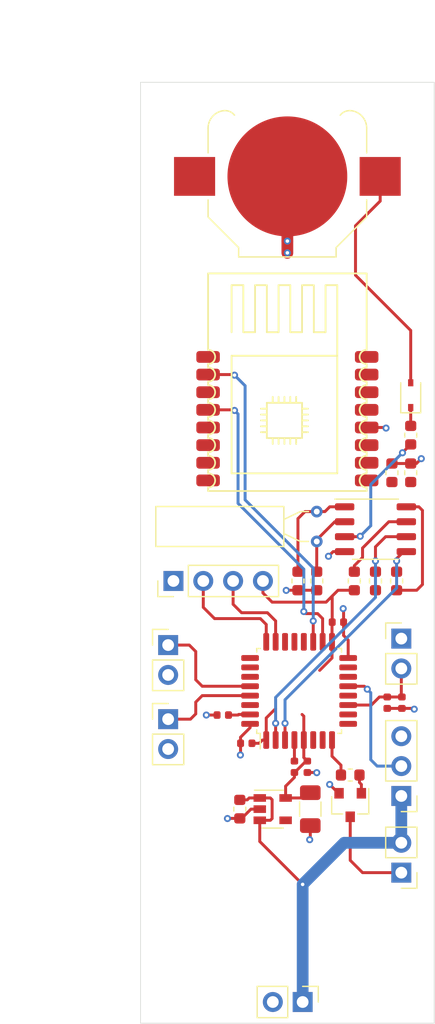
<source format=kicad_pcb>
(kicad_pcb (version 20171130) (host pcbnew "(5.1.6)-1")

  (general
    (thickness 1.6)
    (drawings 7)
    (tracks 216)
    (zones 0)
    (modules 35)
    (nets 52)
  )

  (page A4)
  (title_block
    (date 2020-07-29)
  )

  (layers
    (0 F.Cu signal)
    (31 B.Cu signal)
    (32 B.Adhes user)
    (33 F.Adhes user)
    (34 B.Paste user)
    (35 F.Paste user)
    (36 B.SilkS user)
    (37 F.SilkS user)
    (38 B.Mask user)
    (39 F.Mask user)
    (40 Dwgs.User user)
    (41 Cmts.User user)
    (42 Eco1.User user)
    (43 Eco2.User user)
    (44 Edge.Cuts user)
    (45 Margin user)
    (46 B.CrtYd user)
    (47 F.CrtYd user)
    (48 B.Fab user)
    (49 F.Fab user hide)
  )

  (setup
    (last_trace_width 0.25)
    (user_trace_width 0.5)
    (user_trace_width 1)
    (trace_clearance 0.2)
    (zone_clearance 0.508)
    (zone_45_only no)
    (trace_min 0.2)
    (via_size 0.6)
    (via_drill 0.3)
    (via_min_size 0.4)
    (via_min_drill 0.3)
    (uvia_size 0.3)
    (uvia_drill 0.1)
    (uvias_allowed no)
    (uvia_min_size 0.2)
    (uvia_min_drill 0.1)
    (edge_width 0.05)
    (segment_width 0.2)
    (pcb_text_width 0.3)
    (pcb_text_size 1.5 1.5)
    (mod_edge_width 0.12)
    (mod_text_size 1 1)
    (mod_text_width 0.15)
    (pad_size 1.524 1.524)
    (pad_drill 0.762)
    (pad_to_mask_clearance 0.05)
    (aux_axis_origin 0 0)
    (grid_origin 91 70)
    (visible_elements 7FFFFF7F)
    (pcbplotparams
      (layerselection 0x010e0_ffffffff)
      (usegerberextensions false)
      (usegerberattributes true)
      (usegerberadvancedattributes true)
      (creategerberjobfile true)
      (excludeedgelayer true)
      (linewidth 0.100000)
      (plotframeref false)
      (viasonmask false)
      (mode 1)
      (useauxorigin false)
      (hpglpennumber 1)
      (hpglpenspeed 20)
      (hpglpendiameter 15.000000)
      (psnegative false)
      (psa4output false)
      (plotreference false)
      (plotvalue false)
      (plotinvisibletext false)
      (padsonsilk false)
      (subtractmaskfromsilk true)
      (outputformat 1)
      (mirror false)
      (drillshape 0)
      (scaleselection 1)
      (outputdirectory "../../dokumentacja/sterownik/gerber/"))
  )

  (net 0 "")
  (net 1 "Net-(BT1-Pad16)")
  (net 2 "Net-(BT1-Pad15)")
  (net 3 "Net-(BT1-Pad14)")
  (net 4 "Net-(BT1-Pad13)")
  (net 5 "Net-(BT1-Pad11)")
  (net 6 "Net-(BT1-Pad10)")
  (net 7 "Net-(BT1-Pad8)")
  (net 8 "Net-(BT1-Pad7)")
  (net 9 "Net-(BT1-Pad6)")
  (net 10 "Net-(BT1-Pad5)")
  (net 11 "Net-(BT1-Pad3)")
  (net 12 "Net-(BT1-Pad1)")
  (net 13 +3V3)
  (net 14 "Net-(U1-Pad4)")
  (net 15 GND)
  (net 16 "Net-(Q1-Pad1)")
  (net 17 /UART_RX)
  (net 18 /UART_TX)
  (net 19 /switch_1)
  (net 20 /switch_2)
  (net 21 /buzz)
  (net 22 /foto_res_ADC)
  (net 23 "Net-(BT2-Pad1)")
  (net 24 "Net-(C5-Pad2)")
  (net 25 "Net-(C6-Pad2)")
  (net 26 "Net-(D1-Pad1)")
  (net 27 /SPI_2_MOSI)
  (net 28 "Net-(J6-Pad1)")
  (net 29 /MFP)
  (net 30 "Net-(R6-Pad2)")
  (net 31 "Net-(U3-Pad30)")
  (net 32 "Net-(U3-Pad27)")
  (net 33 "Net-(U3-Pad26)")
  (net 34 "Net-(U3-Pad25)")
  (net 35 /SWD_CLK)
  (net 36 /SWD_IO)
  (net 37 "Net-(U3-Pad22)")
  (net 38 "Net-(U3-Pad21)")
  (net 39 "Net-(U3-Pad20)")
  (net 40 "Net-(U3-Pad15)")
  (net 41 "Net-(U3-Pad14)")
  (net 42 /SPI_2_MISO)
  (net 43 "Net-(U3-Pad10)")
  (net 44 "Net-(U3-Pad9)")
  (net 45 "Net-(U3-Pad7)")
  (net 46 "Net-(U3-Pad6)")
  (net 47 /I2C_1_SCL)
  (net 48 /I2C_1_SDA)
  (net 49 /~RST)
  (net 50 /BOOT_0)
  (net 51 +5V)

  (net_class Default "This is the default net class."
    (clearance 0.2)
    (trace_width 0.25)
    (via_dia 0.6)
    (via_drill 0.3)
    (uvia_dia 0.3)
    (uvia_drill 0.1)
    (add_net +3V3)
    (add_net +5V)
    (add_net /BOOT_0)
    (add_net /I2C_1_SCL)
    (add_net /I2C_1_SDA)
    (add_net /MFP)
    (add_net /SPI_2_MISO)
    (add_net /SPI_2_MOSI)
    (add_net /SWD_CLK)
    (add_net /SWD_IO)
    (add_net /UART_RX)
    (add_net /UART_TX)
    (add_net /buzz)
    (add_net /foto_res_ADC)
    (add_net /switch_1)
    (add_net /switch_2)
    (add_net /~RST)
    (add_net GND)
    (add_net "Net-(BT1-Pad1)")
    (add_net "Net-(BT1-Pad10)")
    (add_net "Net-(BT1-Pad11)")
    (add_net "Net-(BT1-Pad13)")
    (add_net "Net-(BT1-Pad14)")
    (add_net "Net-(BT1-Pad15)")
    (add_net "Net-(BT1-Pad16)")
    (add_net "Net-(BT1-Pad3)")
    (add_net "Net-(BT1-Pad5)")
    (add_net "Net-(BT1-Pad6)")
    (add_net "Net-(BT1-Pad7)")
    (add_net "Net-(BT1-Pad8)")
    (add_net "Net-(BT2-Pad1)")
    (add_net "Net-(C5-Pad2)")
    (add_net "Net-(C6-Pad2)")
    (add_net "Net-(D1-Pad1)")
    (add_net "Net-(J6-Pad1)")
    (add_net "Net-(Q1-Pad1)")
    (add_net "Net-(R6-Pad2)")
    (add_net "Net-(U1-Pad4)")
    (add_net "Net-(U3-Pad10)")
    (add_net "Net-(U3-Pad14)")
    (add_net "Net-(U3-Pad15)")
    (add_net "Net-(U3-Pad20)")
    (add_net "Net-(U3-Pad21)")
    (add_net "Net-(U3-Pad22)")
    (add_net "Net-(U3-Pad25)")
    (add_net "Net-(U3-Pad26)")
    (add_net "Net-(U3-Pad27)")
    (add_net "Net-(U3-Pad30)")
    (add_net "Net-(U3-Pad6)")
    (add_net "Net-(U3-Pad7)")
    (add_net "Net-(U3-Pad9)")
  )

  (module Connector_PinHeader_2.54mm:PinHeader_1x04_P2.54mm_Vertical (layer F.Cu) (tedit 59FED5CC) (tstamp 5F3537DA)
    (at 93.8 112.4 90)
    (descr "Through hole straight pin header, 1x04, 2.54mm pitch, single row")
    (tags "Through hole pin header THT 1x04 2.54mm single row")
    (path /5F35679C)
    (fp_text reference J7 (at 0 -2.33 90) (layer F.SilkS) hide
      (effects (font (size 1 1) (thickness 0.15)))
    )
    (fp_text value Conn_01x04 (at 0 9.95 90) (layer F.Fab)
      (effects (font (size 1 1) (thickness 0.15)))
    )
    (fp_line (start -0.635 -1.27) (end 1.27 -1.27) (layer F.Fab) (width 0.1))
    (fp_line (start 1.27 -1.27) (end 1.27 8.89) (layer F.Fab) (width 0.1))
    (fp_line (start 1.27 8.89) (end -1.27 8.89) (layer F.Fab) (width 0.1))
    (fp_line (start -1.27 8.89) (end -1.27 -0.635) (layer F.Fab) (width 0.1))
    (fp_line (start -1.27 -0.635) (end -0.635 -1.27) (layer F.Fab) (width 0.1))
    (fp_line (start -1.33 8.95) (end 1.33 8.95) (layer F.SilkS) (width 0.12))
    (fp_line (start -1.33 1.27) (end -1.33 8.95) (layer F.SilkS) (width 0.12))
    (fp_line (start 1.33 1.27) (end 1.33 8.95) (layer F.SilkS) (width 0.12))
    (fp_line (start -1.33 1.27) (end 1.33 1.27) (layer F.SilkS) (width 0.12))
    (fp_line (start -1.33 0) (end -1.33 -1.33) (layer F.SilkS) (width 0.12))
    (fp_line (start -1.33 -1.33) (end 0 -1.33) (layer F.SilkS) (width 0.12))
    (fp_line (start -1.8 -1.8) (end -1.8 9.4) (layer F.CrtYd) (width 0.05))
    (fp_line (start -1.8 9.4) (end 1.8 9.4) (layer F.CrtYd) (width 0.05))
    (fp_line (start 1.8 9.4) (end 1.8 -1.8) (layer F.CrtYd) (width 0.05))
    (fp_line (start 1.8 -1.8) (end -1.8 -1.8) (layer F.CrtYd) (width 0.05))
    (fp_text user %R (at 0 3.81) (layer F.Fab)
      (effects (font (size 1 1) (thickness 0.15)))
    )
    (pad 4 thru_hole oval (at 0 7.62 90) (size 1.7 1.7) (drill 1) (layers *.Cu *.Mask)
      (net 13 +3V3))
    (pad 3 thru_hole oval (at 0 5.08 90) (size 1.7 1.7) (drill 1) (layers *.Cu *.Mask)
      (net 36 /SWD_IO))
    (pad 2 thru_hole oval (at 0 2.54 90) (size 1.7 1.7) (drill 1) (layers *.Cu *.Mask)
      (net 35 /SWD_CLK))
    (pad 1 thru_hole rect (at 0 0 90) (size 1.7 1.7) (drill 1) (layers *.Cu *.Mask)
      (net 15 GND))
  )

  (module Resistor_SMD:R_0402_1005Metric (layer F.Cu) (tedit 5B301BBD) (tstamp 5F34CE9C)
    (at 113.25 122.75 90)
    (descr "Resistor SMD 0402 (1005 Metric), square (rectangular) end terminal, IPC_7351 nominal, (Body size source: http://www.tortai-tech.com/upload/download/2011102023233369053.pdf), generated with kicad-footprint-generator")
    (tags resistor)
    (path /5F36157B)
    (attr smd)
    (fp_text reference R2 (at 0 1.25 90) (layer F.SilkS) hide
      (effects (font (size 1 1) (thickness 0.15)))
    )
    (fp_text value 10K (at 0 1.17 90) (layer F.Fab)
      (effects (font (size 1 1) (thickness 0.15)))
    )
    (fp_line (start -0.5 0.25) (end -0.5 -0.25) (layer F.Fab) (width 0.1))
    (fp_line (start -0.5 -0.25) (end 0.5 -0.25) (layer F.Fab) (width 0.1))
    (fp_line (start 0.5 -0.25) (end 0.5 0.25) (layer F.Fab) (width 0.1))
    (fp_line (start 0.5 0.25) (end -0.5 0.25) (layer F.Fab) (width 0.1))
    (fp_line (start -0.93 0.47) (end -0.93 -0.47) (layer F.CrtYd) (width 0.05))
    (fp_line (start -0.93 -0.47) (end 0.93 -0.47) (layer F.CrtYd) (width 0.05))
    (fp_line (start 0.93 -0.47) (end 0.93 0.47) (layer F.CrtYd) (width 0.05))
    (fp_line (start 0.93 0.47) (end -0.93 0.47) (layer F.CrtYd) (width 0.05))
    (fp_text user %R (at 0 0 90) (layer F.Fab)
      (effects (font (size 0.25 0.25) (thickness 0.04)))
    )
    (pad 2 smd roundrect (at 0.485 0 90) (size 0.59 0.64) (layers F.Cu F.Paste F.Mask) (roundrect_rratio 0.25)
      (net 22 /foto_res_ADC))
    (pad 1 smd roundrect (at -0.485 0 90) (size 0.59 0.64) (layers F.Cu F.Paste F.Mask) (roundrect_rratio 0.25)
      (net 15 GND))
    (model ${KISYS3DMOD}/Resistor_SMD.3dshapes/R_0402_1005Metric.wrl
      (at (xyz 0 0 0))
      (scale (xyz 1 1 1))
      (rotate (xyz 0 0 0))
    )
  )

  (module Capacitor_SMD:C_0603_1608Metric (layer F.Cu) (tedit 5B301BBE) (tstamp 5F34851A)
    (at 112.4 103.2 90)
    (descr "Capacitor SMD 0603 (1608 Metric), square (rectangular) end terminal, IPC_7351 nominal, (Body size source: http://www.tortai-tech.com/upload/download/2011102023233369053.pdf), generated with kicad-footprint-generator")
    (tags capacitor)
    (path /5F360FF4)
    (attr smd)
    (fp_text reference C10 (at 3 0 90) (layer F.SilkS) hide
      (effects (font (size 1 1) (thickness 0.15)))
    )
    (fp_text value 100n (at 0 1.43 90) (layer F.Fab)
      (effects (font (size 1 1) (thickness 0.15)))
    )
    (fp_line (start -0.8 0.4) (end -0.8 -0.4) (layer F.Fab) (width 0.1))
    (fp_line (start -0.8 -0.4) (end 0.8 -0.4) (layer F.Fab) (width 0.1))
    (fp_line (start 0.8 -0.4) (end 0.8 0.4) (layer F.Fab) (width 0.1))
    (fp_line (start 0.8 0.4) (end -0.8 0.4) (layer F.Fab) (width 0.1))
    (fp_line (start -0.162779 -0.51) (end 0.162779 -0.51) (layer F.SilkS) (width 0.12))
    (fp_line (start -0.162779 0.51) (end 0.162779 0.51) (layer F.SilkS) (width 0.12))
    (fp_line (start -1.48 0.73) (end -1.48 -0.73) (layer F.CrtYd) (width 0.05))
    (fp_line (start -1.48 -0.73) (end 1.48 -0.73) (layer F.CrtYd) (width 0.05))
    (fp_line (start 1.48 -0.73) (end 1.48 0.73) (layer F.CrtYd) (width 0.05))
    (fp_line (start 1.48 0.73) (end -1.48 0.73) (layer F.CrtYd) (width 0.05))
    (fp_text user %R (at 0 0 90) (layer F.Fab)
      (effects (font (size 0.4 0.4) (thickness 0.06)))
    )
    (pad 2 smd roundrect (at 0.7875 0 90) (size 0.875 0.95) (layers F.Cu F.Paste F.Mask) (roundrect_rratio 0.25)
      (net 15 GND))
    (pad 1 smd roundrect (at -0.7875 0 90) (size 0.875 0.95) (layers F.Cu F.Paste F.Mask) (roundrect_rratio 0.25)
      (net 13 +3V3))
    (model ${KISYS3DMOD}/Capacitor_SMD.3dshapes/C_0603_1608Metric.wrl
      (at (xyz 0 0 0))
      (scale (xyz 1 1 1))
      (rotate (xyz 0 0 0))
    )
  )

  (module Crystal:Crystal_AT310_D3.0mm_L10.0mm_Horizontal (layer F.Cu) (tedit 5D20AD32) (tstamp 5F346725)
    (at 106 106.5 270)
    (descr "Crystal THT AT310 10.0mm-10.5mm length 3.0mm diameter http://www.cinetech.com.tw/upload/2011/04/20110401165201.pdf")
    (tags ['AT310'])
    (path /5DF800CF)
    (fp_text reference Y1 (at -1.75 3) (layer F.SilkS) hide
      (effects (font (size 1 1) (thickness 0.15)))
    )
    (fp_text value 32,768K (at 4.29 3) (layer F.Fab)
      (effects (font (size 1 1) (thickness 0.15)))
    )
    (fp_line (start 3.6 -0.8) (end -1 -0.8) (layer F.CrtYd) (width 0.05))
    (fp_line (start 3.6 14.3) (end 3.6 -0.8) (layer F.CrtYd) (width 0.05))
    (fp_line (start -1 14.3) (end 3.6 14.3) (layer F.CrtYd) (width 0.05))
    (fp_line (start -1 -0.8) (end -1 14.3) (layer F.CrtYd) (width 0.05))
    (fp_line (start 2.54 1.4) (end 2.54 0.7) (layer F.SilkS) (width 0.12))
    (fp_line (start 1.87 2.8) (end 2.54 1.4) (layer F.SilkS) (width 0.12))
    (fp_line (start 0 1.4) (end 0 0.7) (layer F.SilkS) (width 0.12))
    (fp_line (start 0.67 2.8) (end 0 1.4) (layer F.SilkS) (width 0.12))
    (fp_line (start 2.97 2.8) (end -0.43 2.8) (layer F.SilkS) (width 0.12))
    (fp_line (start 2.97 13.7) (end 2.97 2.8) (layer F.SilkS) (width 0.12))
    (fp_line (start -0.43 13.7) (end 2.97 13.7) (layer F.SilkS) (width 0.12))
    (fp_line (start -0.43 2.8) (end -0.43 13.7) (layer F.SilkS) (width 0.12))
    (fp_line (start 2.54 1.5) (end 2.54 0) (layer F.Fab) (width 0.1))
    (fp_line (start 1.87 3) (end 2.54 1.5) (layer F.Fab) (width 0.1))
    (fp_line (start 0 1.5) (end 0 0) (layer F.Fab) (width 0.1))
    (fp_line (start 0.67 3) (end 0 1.5) (layer F.Fab) (width 0.1))
    (fp_line (start 2.77 3) (end -0.23 3) (layer F.Fab) (width 0.1))
    (fp_line (start 2.77 13.5) (end 2.77 3) (layer F.Fab) (width 0.1))
    (fp_line (start -0.23 13.5) (end 2.77 13.5) (layer F.Fab) (width 0.1))
    (fp_line (start -0.23 3) (end -0.23 13.5) (layer F.Fab) (width 0.1))
    (fp_text user %R (at 1.25 8.75) (layer F.Fab)
      (effects (font (size 0.8 0.8) (thickness 0.12)))
    )
    (pad 2 thru_hole circle (at 2.54 0 270) (size 1 1) (drill 0.5) (layers *.Cu *.Mask)
      (net 24 "Net-(C5-Pad2)"))
    (pad 1 thru_hole circle (at 0 0 270) (size 1 1) (drill 0.5) (layers *.Cu *.Mask)
      (net 25 "Net-(C6-Pad2)"))
    (model ${KISYS3DMOD}/Crystal.3dshapes/Crystal_AT310_D3.0mm_L10.0mm_Horizontal.wrl
      (at (xyz 0 0 0))
      (scale (xyz 1 1 1))
      (rotate (xyz 0 0 0))
    )
  )

  (module Package_QFP:LQFP-32_7x7mm_P0.8mm (layer F.Cu) (tedit 5D9F72AF) (tstamp 5F3491B2)
    (at 104.5 121.75 90)
    (descr "LQFP, 32 Pin (https://www.nxp.com/docs/en/package-information/SOT358-1.pdf), generated with kicad-footprint-generator ipc_gullwing_generator.py")
    (tags "LQFP QFP")
    (path /5F360A64)
    (attr smd)
    (fp_text reference U3 (at 1.55 -6.3 180) (layer F.SilkS) hide
      (effects (font (size 1 1) (thickness 0.15)))
    )
    (fp_text value STM32F030K6Tx (at 0 5.88 90) (layer F.Fab)
      (effects (font (size 1 1) (thickness 0.15)))
    )
    (fp_line (start 5.18 3.3) (end 5.18 0) (layer F.CrtYd) (width 0.05))
    (fp_line (start 3.75 3.3) (end 5.18 3.3) (layer F.CrtYd) (width 0.05))
    (fp_line (start 3.75 3.75) (end 3.75 3.3) (layer F.CrtYd) (width 0.05))
    (fp_line (start 3.3 3.75) (end 3.75 3.75) (layer F.CrtYd) (width 0.05))
    (fp_line (start 3.3 5.18) (end 3.3 3.75) (layer F.CrtYd) (width 0.05))
    (fp_line (start 0 5.18) (end 3.3 5.18) (layer F.CrtYd) (width 0.05))
    (fp_line (start -5.18 3.3) (end -5.18 0) (layer F.CrtYd) (width 0.05))
    (fp_line (start -3.75 3.3) (end -5.18 3.3) (layer F.CrtYd) (width 0.05))
    (fp_line (start -3.75 3.75) (end -3.75 3.3) (layer F.CrtYd) (width 0.05))
    (fp_line (start -3.3 3.75) (end -3.75 3.75) (layer F.CrtYd) (width 0.05))
    (fp_line (start -3.3 5.18) (end -3.3 3.75) (layer F.CrtYd) (width 0.05))
    (fp_line (start 0 5.18) (end -3.3 5.18) (layer F.CrtYd) (width 0.05))
    (fp_line (start 5.18 -3.3) (end 5.18 0) (layer F.CrtYd) (width 0.05))
    (fp_line (start 3.75 -3.3) (end 5.18 -3.3) (layer F.CrtYd) (width 0.05))
    (fp_line (start 3.75 -3.75) (end 3.75 -3.3) (layer F.CrtYd) (width 0.05))
    (fp_line (start 3.3 -3.75) (end 3.75 -3.75) (layer F.CrtYd) (width 0.05))
    (fp_line (start 3.3 -5.18) (end 3.3 -3.75) (layer F.CrtYd) (width 0.05))
    (fp_line (start 0 -5.18) (end 3.3 -5.18) (layer F.CrtYd) (width 0.05))
    (fp_line (start -5.18 -3.3) (end -5.18 0) (layer F.CrtYd) (width 0.05))
    (fp_line (start -3.75 -3.3) (end -5.18 -3.3) (layer F.CrtYd) (width 0.05))
    (fp_line (start -3.75 -3.75) (end -3.75 -3.3) (layer F.CrtYd) (width 0.05))
    (fp_line (start -3.3 -3.75) (end -3.75 -3.75) (layer F.CrtYd) (width 0.05))
    (fp_line (start -3.3 -5.18) (end -3.3 -3.75) (layer F.CrtYd) (width 0.05))
    (fp_line (start 0 -5.18) (end -3.3 -5.18) (layer F.CrtYd) (width 0.05))
    (fp_line (start -3.5 -2.5) (end -2.5 -3.5) (layer F.Fab) (width 0.1))
    (fp_line (start -3.5 3.5) (end -3.5 -2.5) (layer F.Fab) (width 0.1))
    (fp_line (start 3.5 3.5) (end -3.5 3.5) (layer F.Fab) (width 0.1))
    (fp_line (start 3.5 -3.5) (end 3.5 3.5) (layer F.Fab) (width 0.1))
    (fp_line (start -2.5 -3.5) (end 3.5 -3.5) (layer F.Fab) (width 0.1))
    (fp_line (start -3.61 -3.31) (end -4.925 -3.31) (layer F.SilkS) (width 0.12))
    (fp_line (start -3.61 -3.61) (end -3.61 -3.31) (layer F.SilkS) (width 0.12))
    (fp_line (start -3.31 -3.61) (end -3.61 -3.61) (layer F.SilkS) (width 0.12))
    (fp_line (start 3.61 -3.61) (end 3.61 -3.31) (layer F.SilkS) (width 0.12))
    (fp_line (start 3.31 -3.61) (end 3.61 -3.61) (layer F.SilkS) (width 0.12))
    (fp_line (start -3.61 3.61) (end -3.61 3.31) (layer F.SilkS) (width 0.12))
    (fp_line (start -3.31 3.61) (end -3.61 3.61) (layer F.SilkS) (width 0.12))
    (fp_line (start 3.61 3.61) (end 3.61 3.31) (layer F.SilkS) (width 0.12))
    (fp_line (start 3.31 3.61) (end 3.61 3.61) (layer F.SilkS) (width 0.12))
    (fp_text user %R (at 0 0 90) (layer F.Fab)
      (effects (font (size 1 1) (thickness 0.15)))
    )
    (pad 32 smd roundrect (at -2.8 -4.175 90) (size 0.5 1.5) (layers F.Cu F.Paste F.Mask) (roundrect_rratio 0.25)
      (net 15 GND))
    (pad 31 smd roundrect (at -2 -4.175 90) (size 0.5 1.5) (layers F.Cu F.Paste F.Mask) (roundrect_rratio 0.25)
      (net 50 /BOOT_0))
    (pad 30 smd roundrect (at -1.2 -4.175 90) (size 0.5 1.5) (layers F.Cu F.Paste F.Mask) (roundrect_rratio 0.25)
      (net 31 "Net-(U3-Pad30)"))
    (pad 29 smd roundrect (at -0.4 -4.175 90) (size 0.5 1.5) (layers F.Cu F.Paste F.Mask) (roundrect_rratio 0.25)
      (net 20 /switch_2))
    (pad 28 smd roundrect (at 0.4 -4.175 90) (size 0.5 1.5) (layers F.Cu F.Paste F.Mask) (roundrect_rratio 0.25)
      (net 19 /switch_1))
    (pad 27 smd roundrect (at 1.2 -4.175 90) (size 0.5 1.5) (layers F.Cu F.Paste F.Mask) (roundrect_rratio 0.25)
      (net 32 "Net-(U3-Pad27)"))
    (pad 26 smd roundrect (at 2 -4.175 90) (size 0.5 1.5) (layers F.Cu F.Paste F.Mask) (roundrect_rratio 0.25)
      (net 33 "Net-(U3-Pad26)"))
    (pad 25 smd roundrect (at 2.8 -4.175 90) (size 0.5 1.5) (layers F.Cu F.Paste F.Mask) (roundrect_rratio 0.25)
      (net 34 "Net-(U3-Pad25)"))
    (pad 24 smd roundrect (at 4.175 -2.8 90) (size 1.5 0.5) (layers F.Cu F.Paste F.Mask) (roundrect_rratio 0.25)
      (net 35 /SWD_CLK))
    (pad 23 smd roundrect (at 4.175 -2 90) (size 1.5 0.5) (layers F.Cu F.Paste F.Mask) (roundrect_rratio 0.25)
      (net 36 /SWD_IO))
    (pad 22 smd roundrect (at 4.175 -1.2 90) (size 1.5 0.5) (layers F.Cu F.Paste F.Mask) (roundrect_rratio 0.25)
      (net 37 "Net-(U3-Pad22)"))
    (pad 21 smd roundrect (at 4.175 -0.4 90) (size 1.5 0.5) (layers F.Cu F.Paste F.Mask) (roundrect_rratio 0.25)
      (net 38 "Net-(U3-Pad21)"))
    (pad 20 smd roundrect (at 4.175 0.4 90) (size 1.5 0.5) (layers F.Cu F.Paste F.Mask) (roundrect_rratio 0.25)
      (net 39 "Net-(U3-Pad20)"))
    (pad 19 smd roundrect (at 4.175 1.2 90) (size 1.5 0.5) (layers F.Cu F.Paste F.Mask) (roundrect_rratio 0.25)
      (net 18 /UART_TX))
    (pad 18 smd roundrect (at 4.175 2 90) (size 1.5 0.5) (layers F.Cu F.Paste F.Mask) (roundrect_rratio 0.25)
      (net 17 /UART_RX))
    (pad 17 smd roundrect (at 4.175 2.8 90) (size 1.5 0.5) (layers F.Cu F.Paste F.Mask) (roundrect_rratio 0.25)
      (net 13 +3V3))
    (pad 16 smd roundrect (at 2.8 4.175 90) (size 0.5 1.5) (layers F.Cu F.Paste F.Mask) (roundrect_rratio 0.25)
      (net 15 GND))
    (pad 15 smd roundrect (at 2 4.175 90) (size 0.5 1.5) (layers F.Cu F.Paste F.Mask) (roundrect_rratio 0.25)
      (net 40 "Net-(U3-Pad15)"))
    (pad 14 smd roundrect (at 1.2 4.175 90) (size 0.5 1.5) (layers F.Cu F.Paste F.Mask) (roundrect_rratio 0.25)
      (net 41 "Net-(U3-Pad14)"))
    (pad 13 smd roundrect (at 0.4 4.175 90) (size 0.5 1.5) (layers F.Cu F.Paste F.Mask) (roundrect_rratio 0.25)
      (net 27 /SPI_2_MOSI))
    (pad 12 smd roundrect (at -0.4 4.175 90) (size 0.5 1.5) (layers F.Cu F.Paste F.Mask) (roundrect_rratio 0.25)
      (net 42 /SPI_2_MISO))
    (pad 11 smd roundrect (at -1.2 4.175 90) (size 0.5 1.5) (layers F.Cu F.Paste F.Mask) (roundrect_rratio 0.25)
      (net 22 /foto_res_ADC))
    (pad 10 smd roundrect (at -2 4.175 90) (size 0.5 1.5) (layers F.Cu F.Paste F.Mask) (roundrect_rratio 0.25)
      (net 43 "Net-(U3-Pad10)"))
    (pad 9 smd roundrect (at -2.8 4.175 90) (size 0.5 1.5) (layers F.Cu F.Paste F.Mask) (roundrect_rratio 0.25)
      (net 44 "Net-(U3-Pad9)"))
    (pad 8 smd roundrect (at -4.175 2.8 90) (size 1.5 0.5) (layers F.Cu F.Paste F.Mask) (roundrect_rratio 0.25)
      (net 21 /buzz))
    (pad 7 smd roundrect (at -4.175 2 90) (size 1.5 0.5) (layers F.Cu F.Paste F.Mask) (roundrect_rratio 0.25)
      (net 45 "Net-(U3-Pad7)"))
    (pad 6 smd roundrect (at -4.175 1.2 90) (size 1.5 0.5) (layers F.Cu F.Paste F.Mask) (roundrect_rratio 0.25)
      (net 46 "Net-(U3-Pad6)"))
    (pad 5 smd roundrect (at -4.175 0.4 90) (size 1.5 0.5) (layers F.Cu F.Paste F.Mask) (roundrect_rratio 0.25)
      (net 13 +3V3))
    (pad 4 smd roundrect (at -4.175 -0.4 90) (size 1.5 0.5) (layers F.Cu F.Paste F.Mask) (roundrect_rratio 0.25)
      (net 49 /~RST))
    (pad 3 smd roundrect (at -4.175 -1.2 90) (size 1.5 0.5) (layers F.Cu F.Paste F.Mask) (roundrect_rratio 0.25)
      (net 47 /I2C_1_SCL))
    (pad 2 smd roundrect (at -4.175 -2 90) (size 1.5 0.5) (layers F.Cu F.Paste F.Mask) (roundrect_rratio 0.25)
      (net 48 /I2C_1_SDA))
    (pad 1 smd roundrect (at -4.175 -2.8 90) (size 1.5 0.5) (layers F.Cu F.Paste F.Mask) (roundrect_rratio 0.25)
      (net 13 +3V3))
    (model ${KISYS3DMOD}/Package_QFP.3dshapes/LQFP-32_7x7mm_P0.8mm.wrl
      (at (xyz 0 0 0))
      (scale (xyz 1 1 1))
      (rotate (xyz 0 0 0))
    )
  )

  (module Package_SO:SOP-8_3.9x4.9mm_P1.27mm (layer F.Cu) (tedit 5D9F72B1) (tstamp 5F346BC2)
    (at 111 108)
    (descr "SOP, 8 Pin (http://www.macronix.com/Lists/Datasheet/Attachments/7534/MX25R3235F,%20Wide%20Range,%2032Mb,%20v1.6.pdf#page=79), generated with kicad-footprint-generator ipc_gullwing_generator.py")
    (tags "SOP SO")
    (path /5DF50CBB)
    (attr smd)
    (fp_text reference U2 (at 0 0) (layer F.SilkS) hide
      (effects (font (size 1 1) (thickness 0.15)))
    )
    (fp_text value MCP7940N-xSN (at 0 3.4) (layer F.Fab)
      (effects (font (size 1 1) (thickness 0.15)))
    )
    (fp_line (start 3.7 -2.7) (end -3.7 -2.7) (layer F.CrtYd) (width 0.05))
    (fp_line (start 3.7 2.7) (end 3.7 -2.7) (layer F.CrtYd) (width 0.05))
    (fp_line (start -3.7 2.7) (end 3.7 2.7) (layer F.CrtYd) (width 0.05))
    (fp_line (start -3.7 -2.7) (end -3.7 2.7) (layer F.CrtYd) (width 0.05))
    (fp_line (start -1.95 -1.475) (end -0.975 -2.45) (layer F.Fab) (width 0.1))
    (fp_line (start -1.95 2.45) (end -1.95 -1.475) (layer F.Fab) (width 0.1))
    (fp_line (start 1.95 2.45) (end -1.95 2.45) (layer F.Fab) (width 0.1))
    (fp_line (start 1.95 -2.45) (end 1.95 2.45) (layer F.Fab) (width 0.1))
    (fp_line (start -0.975 -2.45) (end 1.95 -2.45) (layer F.Fab) (width 0.1))
    (fp_line (start 0 -2.56) (end -3.45 -2.56) (layer F.SilkS) (width 0.12))
    (fp_line (start 0 -2.56) (end 1.95 -2.56) (layer F.SilkS) (width 0.12))
    (fp_line (start 0 2.56) (end -1.95 2.56) (layer F.SilkS) (width 0.12))
    (fp_line (start 0 2.56) (end 1.95 2.56) (layer F.SilkS) (width 0.12))
    (fp_text user %R (at 0 0) (layer F.Fab)
      (effects (font (size 0.98 0.98) (thickness 0.15)))
    )
    (pad 8 smd roundrect (at 2.625 -1.905) (size 1.65 0.6) (layers F.Cu F.Paste F.Mask) (roundrect_rratio 0.25)
      (net 13 +3V3))
    (pad 7 smd roundrect (at 2.625 -0.635) (size 1.65 0.6) (layers F.Cu F.Paste F.Mask) (roundrect_rratio 0.25)
      (net 29 /MFP))
    (pad 6 smd roundrect (at 2.625 0.635) (size 1.65 0.6) (layers F.Cu F.Paste F.Mask) (roundrect_rratio 0.25)
      (net 48 /I2C_1_SDA))
    (pad 5 smd roundrect (at 2.625 1.905) (size 1.65 0.6) (layers F.Cu F.Paste F.Mask) (roundrect_rratio 0.25)
      (net 47 /I2C_1_SCL))
    (pad 4 smd roundrect (at -2.625 1.905) (size 1.65 0.6) (layers F.Cu F.Paste F.Mask) (roundrect_rratio 0.25)
      (net 15 GND))
    (pad 3 smd roundrect (at -2.625 0.635) (size 1.65 0.6) (layers F.Cu F.Paste F.Mask) (roundrect_rratio 0.25)
      (net 30 "Net-(R6-Pad2)"))
    (pad 2 smd roundrect (at -2.625 -0.635) (size 1.65 0.6) (layers F.Cu F.Paste F.Mask) (roundrect_rratio 0.25)
      (net 24 "Net-(C5-Pad2)"))
    (pad 1 smd roundrect (at -2.625 -1.905) (size 1.65 0.6) (layers F.Cu F.Paste F.Mask) (roundrect_rratio 0.25)
      (net 25 "Net-(C6-Pad2)"))
    (model ${KISYS3DMOD}/Package_SO.3dshapes/SOIC-8-1EP_3.9x4.9mm_P1.27mm_EP2.35x2.35mm.wrl
      (at (xyz 0 0 0))
      (scale (xyz 1 1 1))
      (rotate (xyz 0 0 0))
    )
  )

  (module Resistor_SMD:R_0603_1608Metric (layer F.Cu) (tedit 5B301BBD) (tstamp 5F346661)
    (at 114 100 270)
    (descr "Resistor SMD 0603 (1608 Metric), square (rectangular) end terminal, IPC_7351 nominal, (Body size source: http://www.tortai-tech.com/upload/download/2011102023233369053.pdf), generated with kicad-footprint-generator")
    (tags resistor)
    (path /5DF56A7F)
    (attr smd)
    (fp_text reference R6 (at 0 -1.43 90) (layer F.SilkS) hide
      (effects (font (size 1 1) (thickness 0.15)))
    )
    (fp_text value 100 (at 0 1.43 90) (layer F.Fab)
      (effects (font (size 1 1) (thickness 0.15)))
    )
    (fp_line (start 1.48 0.73) (end -1.48 0.73) (layer F.CrtYd) (width 0.05))
    (fp_line (start 1.48 -0.73) (end 1.48 0.73) (layer F.CrtYd) (width 0.05))
    (fp_line (start -1.48 -0.73) (end 1.48 -0.73) (layer F.CrtYd) (width 0.05))
    (fp_line (start -1.48 0.73) (end -1.48 -0.73) (layer F.CrtYd) (width 0.05))
    (fp_line (start -0.162779 0.51) (end 0.162779 0.51) (layer F.SilkS) (width 0.12))
    (fp_line (start -0.162779 -0.51) (end 0.162779 -0.51) (layer F.SilkS) (width 0.12))
    (fp_line (start 0.8 0.4) (end -0.8 0.4) (layer F.Fab) (width 0.1))
    (fp_line (start 0.8 -0.4) (end 0.8 0.4) (layer F.Fab) (width 0.1))
    (fp_line (start -0.8 -0.4) (end 0.8 -0.4) (layer F.Fab) (width 0.1))
    (fp_line (start -0.8 0.4) (end -0.8 -0.4) (layer F.Fab) (width 0.1))
    (fp_text user %R (at 0 0 90) (layer F.Fab)
      (effects (font (size 0.4 0.4) (thickness 0.06)))
    )
    (pad 2 smd roundrect (at 0.7875 0 270) (size 0.875 0.95) (layers F.Cu F.Paste F.Mask) (roundrect_rratio 0.25)
      (net 30 "Net-(R6-Pad2)"))
    (pad 1 smd roundrect (at -0.7875 0 270) (size 0.875 0.95) (layers F.Cu F.Paste F.Mask) (roundrect_rratio 0.25)
      (net 26 "Net-(D1-Pad1)"))
    (model ${KISYS3DMOD}/Resistor_SMD.3dshapes/R_0603_1608Metric.wrl
      (at (xyz 0 0 0))
      (scale (xyz 1 1 1))
      (rotate (xyz 0 0 0))
    )
  )

  (module Resistor_SMD:R_0603_1608Metric (layer F.Cu) (tedit 5B301BBD) (tstamp 5F346640)
    (at 111 112.4 90)
    (descr "Resistor SMD 0603 (1608 Metric), square (rectangular) end terminal, IPC_7351 nominal, (Body size source: http://www.tortai-tech.com/upload/download/2011102023233369053.pdf), generated with kicad-footprint-generator")
    (tags resistor)
    (path /5DF56062)
    (attr smd)
    (fp_text reference R4 (at 0 -1.43 90) (layer F.SilkS) hide
      (effects (font (size 1 1) (thickness 0.15)))
    )
    (fp_text value 4,7K (at 0 1.43 90) (layer F.Fab)
      (effects (font (size 1 1) (thickness 0.15)))
    )
    (fp_line (start 1.48 0.73) (end -1.48 0.73) (layer F.CrtYd) (width 0.05))
    (fp_line (start 1.48 -0.73) (end 1.48 0.73) (layer F.CrtYd) (width 0.05))
    (fp_line (start -1.48 -0.73) (end 1.48 -0.73) (layer F.CrtYd) (width 0.05))
    (fp_line (start -1.48 0.73) (end -1.48 -0.73) (layer F.CrtYd) (width 0.05))
    (fp_line (start -0.162779 0.51) (end 0.162779 0.51) (layer F.SilkS) (width 0.12))
    (fp_line (start -0.162779 -0.51) (end 0.162779 -0.51) (layer F.SilkS) (width 0.12))
    (fp_line (start 0.8 0.4) (end -0.8 0.4) (layer F.Fab) (width 0.1))
    (fp_line (start 0.8 -0.4) (end 0.8 0.4) (layer F.Fab) (width 0.1))
    (fp_line (start -0.8 -0.4) (end 0.8 -0.4) (layer F.Fab) (width 0.1))
    (fp_line (start -0.8 0.4) (end -0.8 -0.4) (layer F.Fab) (width 0.1))
    (fp_text user %R (at 0 0 90) (layer F.Fab)
      (effects (font (size 0.4 0.4) (thickness 0.06)))
    )
    (pad 2 smd roundrect (at 0.7875 0 90) (size 0.875 0.95) (layers F.Cu F.Paste F.Mask) (roundrect_rratio 0.25)
      (net 48 /I2C_1_SDA))
    (pad 1 smd roundrect (at -0.7875 0 90) (size 0.875 0.95) (layers F.Cu F.Paste F.Mask) (roundrect_rratio 0.25)
      (net 13 +3V3))
    (model ${KISYS3DMOD}/Resistor_SMD.3dshapes/R_0603_1608Metric.wrl
      (at (xyz 0 0 0))
      (scale (xyz 1 1 1))
      (rotate (xyz 0 0 0))
    )
  )

  (module Resistor_SMD:R_0603_1608Metric (layer F.Cu) (tedit 5B301BBD) (tstamp 5F348C3A)
    (at 112.8 112.4 90)
    (descr "Resistor SMD 0603 (1608 Metric), square (rectangular) end terminal, IPC_7351 nominal, (Body size source: http://www.tortai-tech.com/upload/download/2011102023233369053.pdf), generated with kicad-footprint-generator")
    (tags resistor)
    (path /5DF56D4C)
    (attr smd)
    (fp_text reference R3 (at 0 -1.43 90) (layer F.SilkS) hide
      (effects (font (size 1 1) (thickness 0.15)))
    )
    (fp_text value 4,7K (at 0 1.43 90) (layer F.Fab)
      (effects (font (size 1 1) (thickness 0.15)))
    )
    (fp_line (start 1.48 0.73) (end -1.48 0.73) (layer F.CrtYd) (width 0.05))
    (fp_line (start 1.48 -0.73) (end 1.48 0.73) (layer F.CrtYd) (width 0.05))
    (fp_line (start -1.48 -0.73) (end 1.48 -0.73) (layer F.CrtYd) (width 0.05))
    (fp_line (start -1.48 0.73) (end -1.48 -0.73) (layer F.CrtYd) (width 0.05))
    (fp_line (start -0.162779 0.51) (end 0.162779 0.51) (layer F.SilkS) (width 0.12))
    (fp_line (start -0.162779 -0.51) (end 0.162779 -0.51) (layer F.SilkS) (width 0.12))
    (fp_line (start 0.8 0.4) (end -0.8 0.4) (layer F.Fab) (width 0.1))
    (fp_line (start 0.8 -0.4) (end 0.8 0.4) (layer F.Fab) (width 0.1))
    (fp_line (start -0.8 -0.4) (end 0.8 -0.4) (layer F.Fab) (width 0.1))
    (fp_line (start -0.8 0.4) (end -0.8 -0.4) (layer F.Fab) (width 0.1))
    (fp_text user %R (at 0 0 90) (layer F.Fab)
      (effects (font (size 0.4 0.4) (thickness 0.06)))
    )
    (pad 2 smd roundrect (at 0.7875 0 90) (size 0.875 0.95) (layers F.Cu F.Paste F.Mask) (roundrect_rratio 0.25)
      (net 47 /I2C_1_SCL))
    (pad 1 smd roundrect (at -0.7875 0 90) (size 0.875 0.95) (layers F.Cu F.Paste F.Mask) (roundrect_rratio 0.25)
      (net 13 +3V3))
    (model ${KISYS3DMOD}/Resistor_SMD.3dshapes/R_0603_1608Metric.wrl
      (at (xyz 0 0 0))
      (scale (xyz 1 1 1))
      (rotate (xyz 0 0 0))
    )
  )

  (module Resistor_SMD:R_0603_1608Metric (layer F.Cu) (tedit 5B301BBD) (tstamp 5F346610)
    (at 109.2 112.4 90)
    (descr "Resistor SMD 0603 (1608 Metric), square (rectangular) end terminal, IPC_7351 nominal, (Body size source: http://www.tortai-tech.com/upload/download/2011102023233369053.pdf), generated with kicad-footprint-generator")
    (tags resistor)
    (path /5DF56BEF)
    (attr smd)
    (fp_text reference R1 (at 0 -1.43 90) (layer F.SilkS) hide
      (effects (font (size 1 1) (thickness 0.15)))
    )
    (fp_text value 10K (at 0 1.43 90) (layer F.Fab)
      (effects (font (size 1 1) (thickness 0.15)))
    )
    (fp_line (start 1.48 0.73) (end -1.48 0.73) (layer F.CrtYd) (width 0.05))
    (fp_line (start 1.48 -0.73) (end 1.48 0.73) (layer F.CrtYd) (width 0.05))
    (fp_line (start -1.48 -0.73) (end 1.48 -0.73) (layer F.CrtYd) (width 0.05))
    (fp_line (start -1.48 0.73) (end -1.48 -0.73) (layer F.CrtYd) (width 0.05))
    (fp_line (start -0.162779 0.51) (end 0.162779 0.51) (layer F.SilkS) (width 0.12))
    (fp_line (start -0.162779 -0.51) (end 0.162779 -0.51) (layer F.SilkS) (width 0.12))
    (fp_line (start 0.8 0.4) (end -0.8 0.4) (layer F.Fab) (width 0.1))
    (fp_line (start 0.8 -0.4) (end 0.8 0.4) (layer F.Fab) (width 0.1))
    (fp_line (start -0.8 -0.4) (end 0.8 -0.4) (layer F.Fab) (width 0.1))
    (fp_line (start -0.8 0.4) (end -0.8 -0.4) (layer F.Fab) (width 0.1))
    (fp_text user %R (at 0 0 90) (layer F.Fab)
      (effects (font (size 0.4 0.4) (thickness 0.06)))
    )
    (pad 2 smd roundrect (at 0.7875 0 90) (size 0.875 0.95) (layers F.Cu F.Paste F.Mask) (roundrect_rratio 0.25)
      (net 29 /MFP))
    (pad 1 smd roundrect (at -0.7875 0 90) (size 0.875 0.95) (layers F.Cu F.Paste F.Mask) (roundrect_rratio 0.25)
      (net 13 +3V3))
    (model ${KISYS3DMOD}/Resistor_SMD.3dshapes/R_0603_1608Metric.wrl
      (at (xyz 0 0 0))
      (scale (xyz 1 1 1))
      (rotate (xyz 0 0 0))
    )
  )

  (module Diode_SMD:D_SOD-323 (layer F.Cu) (tedit 58641739) (tstamp 5F346550)
    (at 114 96.6 90)
    (descr SOD-323)
    (tags SOD-323)
    (path /5DF53811)
    (attr smd)
    (fp_text reference D1 (at 0 -1.8 90) (layer F.SilkS) hide
      (effects (font (size 1 1) (thickness 0.15)))
    )
    (fp_text value D_Schottky (at 0.1 1.9 90) (layer F.Fab)
      (effects (font (size 1 1) (thickness 0.15)))
    )
    (fp_line (start -1.5 -0.85) (end 1.05 -0.85) (layer F.SilkS) (width 0.12))
    (fp_line (start -1.5 0.85) (end 1.05 0.85) (layer F.SilkS) (width 0.12))
    (fp_line (start -1.6 -0.95) (end -1.6 0.95) (layer F.CrtYd) (width 0.05))
    (fp_line (start -1.6 0.95) (end 1.6 0.95) (layer F.CrtYd) (width 0.05))
    (fp_line (start 1.6 -0.95) (end 1.6 0.95) (layer F.CrtYd) (width 0.05))
    (fp_line (start -1.6 -0.95) (end 1.6 -0.95) (layer F.CrtYd) (width 0.05))
    (fp_line (start -0.9 -0.7) (end 0.9 -0.7) (layer F.Fab) (width 0.1))
    (fp_line (start 0.9 -0.7) (end 0.9 0.7) (layer F.Fab) (width 0.1))
    (fp_line (start 0.9 0.7) (end -0.9 0.7) (layer F.Fab) (width 0.1))
    (fp_line (start -0.9 0.7) (end -0.9 -0.7) (layer F.Fab) (width 0.1))
    (fp_line (start -0.3 -0.35) (end -0.3 0.35) (layer F.Fab) (width 0.1))
    (fp_line (start -0.3 0) (end -0.5 0) (layer F.Fab) (width 0.1))
    (fp_line (start -0.3 0) (end 0.2 -0.35) (layer F.Fab) (width 0.1))
    (fp_line (start 0.2 -0.35) (end 0.2 0.35) (layer F.Fab) (width 0.1))
    (fp_line (start 0.2 0.35) (end -0.3 0) (layer F.Fab) (width 0.1))
    (fp_line (start 0.2 0) (end 0.45 0) (layer F.Fab) (width 0.1))
    (fp_line (start -1.5 -0.85) (end -1.5 0.85) (layer F.SilkS) (width 0.12))
    (fp_text user %R (at 0 -1.85 90) (layer F.Fab)
      (effects (font (size 1 1) (thickness 0.15)))
    )
    (pad 2 smd rect (at 1.05 0 90) (size 0.6 0.45) (layers F.Cu F.Paste F.Mask)
      (net 23 "Net-(BT2-Pad1)"))
    (pad 1 smd rect (at -1.05 0 90) (size 0.6 0.45) (layers F.Cu F.Paste F.Mask)
      (net 26 "Net-(D1-Pad1)"))
    (model ${KISYS3DMOD}/Diode_SMD.3dshapes/D_SOD-323.wrl
      (at (xyz 0 0 0))
      (scale (xyz 1 1 1))
      (rotate (xyz 0 0 0))
    )
  )

  (module Capacitor_SMD:C_0603_1608Metric (layer F.Cu) (tedit 5B301BBE) (tstamp 5F34650E)
    (at 104.4 112.4 90)
    (descr "Capacitor SMD 0603 (1608 Metric), square (rectangular) end terminal, IPC_7351 nominal, (Body size source: http://www.tortai-tech.com/upload/download/2011102023233369053.pdf), generated with kicad-footprint-generator")
    (tags capacitor)
    (path /5DF80ACD)
    (attr smd)
    (fp_text reference C6 (at 0 -1.43 90) (layer F.SilkS) hide
      (effects (font (size 1 1) (thickness 0.15)))
    )
    (fp_text value 12p (at 0 1.43 90) (layer F.Fab)
      (effects (font (size 1 1) (thickness 0.15)))
    )
    (fp_line (start 1.48 0.73) (end -1.48 0.73) (layer F.CrtYd) (width 0.05))
    (fp_line (start 1.48 -0.73) (end 1.48 0.73) (layer F.CrtYd) (width 0.05))
    (fp_line (start -1.48 -0.73) (end 1.48 -0.73) (layer F.CrtYd) (width 0.05))
    (fp_line (start -1.48 0.73) (end -1.48 -0.73) (layer F.CrtYd) (width 0.05))
    (fp_line (start -0.162779 0.51) (end 0.162779 0.51) (layer F.SilkS) (width 0.12))
    (fp_line (start -0.162779 -0.51) (end 0.162779 -0.51) (layer F.SilkS) (width 0.12))
    (fp_line (start 0.8 0.4) (end -0.8 0.4) (layer F.Fab) (width 0.1))
    (fp_line (start 0.8 -0.4) (end 0.8 0.4) (layer F.Fab) (width 0.1))
    (fp_line (start -0.8 -0.4) (end 0.8 -0.4) (layer F.Fab) (width 0.1))
    (fp_line (start -0.8 0.4) (end -0.8 -0.4) (layer F.Fab) (width 0.1))
    (fp_text user %R (at 0 0 90) (layer F.Fab)
      (effects (font (size 0.4 0.4) (thickness 0.06)))
    )
    (pad 2 smd roundrect (at 0.7875 0 90) (size 0.875 0.95) (layers F.Cu F.Paste F.Mask) (roundrect_rratio 0.25)
      (net 25 "Net-(C6-Pad2)"))
    (pad 1 smd roundrect (at -0.7875 0 90) (size 0.875 0.95) (layers F.Cu F.Paste F.Mask) (roundrect_rratio 0.25)
      (net 15 GND))
    (model ${KISYS3DMOD}/Capacitor_SMD.3dshapes/C_0603_1608Metric.wrl
      (at (xyz 0 0 0))
      (scale (xyz 1 1 1))
      (rotate (xyz 0 0 0))
    )
  )

  (module Capacitor_SMD:C_0603_1608Metric (layer F.Cu) (tedit 5B301BBE) (tstamp 5F3464FD)
    (at 106 112.4 90)
    (descr "Capacitor SMD 0603 (1608 Metric), square (rectangular) end terminal, IPC_7351 nominal, (Body size source: http://www.tortai-tech.com/upload/download/2011102023233369053.pdf), generated with kicad-footprint-generator")
    (tags capacitor)
    (path /5DF80652)
    (attr smd)
    (fp_text reference C5 (at 0 -1.43 90) (layer F.SilkS) hide
      (effects (font (size 1 1) (thickness 0.15)))
    )
    (fp_text value 12p (at 0 1.43 90) (layer F.Fab)
      (effects (font (size 1 1) (thickness 0.15)))
    )
    (fp_line (start 1.48 0.73) (end -1.48 0.73) (layer F.CrtYd) (width 0.05))
    (fp_line (start 1.48 -0.73) (end 1.48 0.73) (layer F.CrtYd) (width 0.05))
    (fp_line (start -1.48 -0.73) (end 1.48 -0.73) (layer F.CrtYd) (width 0.05))
    (fp_line (start -1.48 0.73) (end -1.48 -0.73) (layer F.CrtYd) (width 0.05))
    (fp_line (start -0.162779 0.51) (end 0.162779 0.51) (layer F.SilkS) (width 0.12))
    (fp_line (start -0.162779 -0.51) (end 0.162779 -0.51) (layer F.SilkS) (width 0.12))
    (fp_line (start 0.8 0.4) (end -0.8 0.4) (layer F.Fab) (width 0.1))
    (fp_line (start 0.8 -0.4) (end 0.8 0.4) (layer F.Fab) (width 0.1))
    (fp_line (start -0.8 -0.4) (end 0.8 -0.4) (layer F.Fab) (width 0.1))
    (fp_line (start -0.8 0.4) (end -0.8 -0.4) (layer F.Fab) (width 0.1))
    (fp_text user %R (at 0 0 90) (layer F.Fab)
      (effects (font (size 0.4 0.4) (thickness 0.06)))
    )
    (pad 2 smd roundrect (at 0.7875 0 90) (size 0.875 0.95) (layers F.Cu F.Paste F.Mask) (roundrect_rratio 0.25)
      (net 24 "Net-(C5-Pad2)"))
    (pad 1 smd roundrect (at -0.7875 0 90) (size 0.875 0.95) (layers F.Cu F.Paste F.Mask) (roundrect_rratio 0.25)
      (net 15 GND))
    (model ${KISYS3DMOD}/Capacitor_SMD.3dshapes/C_0603_1608Metric.wrl
      (at (xyz 0 0 0))
      (scale (xyz 1 1 1))
      (rotate (xyz 0 0 0))
    )
  )

  (module Capacitor_SMD:C_0603_1608Metric (layer F.Cu) (tedit 5B301BBE) (tstamp 5F3464EC)
    (at 114 103.2 90)
    (descr "Capacitor SMD 0603 (1608 Metric), square (rectangular) end terminal, IPC_7351 nominal, (Body size source: http://www.tortai-tech.com/upload/download/2011102023233369053.pdf), generated with kicad-footprint-generator")
    (tags capacitor)
    (path /5DF9B716)
    (attr smd)
    (fp_text reference C4 (at 0 1.4 90) (layer F.SilkS) hide
      (effects (font (size 1 1) (thickness 0.15)))
    )
    (fp_text value 100n (at 0 1.43 90) (layer F.Fab)
      (effects (font (size 1 1) (thickness 0.15)))
    )
    (fp_line (start 1.48 0.73) (end -1.48 0.73) (layer F.CrtYd) (width 0.05))
    (fp_line (start 1.48 -0.73) (end 1.48 0.73) (layer F.CrtYd) (width 0.05))
    (fp_line (start -1.48 -0.73) (end 1.48 -0.73) (layer F.CrtYd) (width 0.05))
    (fp_line (start -1.48 0.73) (end -1.48 -0.73) (layer F.CrtYd) (width 0.05))
    (fp_line (start -0.162779 0.51) (end 0.162779 0.51) (layer F.SilkS) (width 0.12))
    (fp_line (start -0.162779 -0.51) (end 0.162779 -0.51) (layer F.SilkS) (width 0.12))
    (fp_line (start 0.8 0.4) (end -0.8 0.4) (layer F.Fab) (width 0.1))
    (fp_line (start 0.8 -0.4) (end 0.8 0.4) (layer F.Fab) (width 0.1))
    (fp_line (start -0.8 -0.4) (end 0.8 -0.4) (layer F.Fab) (width 0.1))
    (fp_line (start -0.8 0.4) (end -0.8 -0.4) (layer F.Fab) (width 0.1))
    (fp_text user %R (at 0 0 90) (layer F.Fab)
      (effects (font (size 0.4 0.4) (thickness 0.06)))
    )
    (pad 2 smd roundrect (at 0.7875 0 90) (size 0.875 0.95) (layers F.Cu F.Paste F.Mask) (roundrect_rratio 0.25)
      (net 15 GND))
    (pad 1 smd roundrect (at -0.7875 0 90) (size 0.875 0.95) (layers F.Cu F.Paste F.Mask) (roundrect_rratio 0.25)
      (net 13 +3V3))
    (model ${KISYS3DMOD}/Capacitor_SMD.3dshapes/C_0603_1608Metric.wrl
      (at (xyz 0 0 0))
      (scale (xyz 1 1 1))
      (rotate (xyz 0 0 0))
    )
  )

  (module Battery:BatteryHolder_Keystone_3000_1x12mm (layer F.Cu) (tedit 5D9CBDF8) (tstamp 5F34648D)
    (at 103.5 78 180)
    (descr http://www.keyelco.com/product-pdf.cfm?p=777)
    (tags "Keystone type 3000 coin cell retainer")
    (path /5DF5743D)
    (attr smd)
    (fp_text reference BT2 (at 8 -6.5) (layer F.SilkS) hide
      (effects (font (size 1 1) (thickness 0.15)))
    )
    (fp_text value Battery_Cell (at 0 7.5) (layer F.Fab)
      (effects (font (size 1 1) (thickness 0.15)))
    )
    (fp_line (start -5.29 6.76) (end 5.29 6.76) (layer F.CrtYd) (width 0.05))
    (fp_line (start -4 -6.7) (end 4 -6.7) (layer F.Fab) (width 0.1))
    (fp_line (start -4 -6.7) (end -4 -6) (layer F.Fab) (width 0.1))
    (fp_line (start 4 -6.7) (end 4 -6) (layer F.Fab) (width 0.1))
    (fp_line (start -4 -6) (end -6.6 -3.4) (layer F.Fab) (width 0.1))
    (fp_line (start 4 -6) (end 6.6 -3.4) (layer F.Fab) (width 0.1))
    (fp_line (start -6.6 -3.4) (end -6.6 4.1) (layer F.Fab) (width 0.1))
    (fp_line (start 6.6 -3.4) (end 6.6 4.1) (layer F.Fab) (width 0.1))
    (fp_line (start 10.15 2.15) (end 7.25 2.15) (layer F.CrtYd) (width 0.05))
    (fp_line (start 10.15 -2.15) (end 10.15 2.15) (layer F.CrtYd) (width 0.05))
    (fp_line (start 7.25 -2.15) (end 10.15 -2.15) (layer F.CrtYd) (width 0.05))
    (fp_line (start -10.15 2.15) (end -7.25 2.15) (layer F.CrtYd) (width 0.05))
    (fp_line (start -10.15 -2.15) (end -10.15 2.15) (layer F.CrtYd) (width 0.05))
    (fp_line (start -7.25 -2.15) (end -10.15 -2.15) (layer F.CrtYd) (width 0.05))
    (fp_line (start 6.75 -3.45) (end 6.75 -2) (layer F.SilkS) (width 0.12))
    (fp_line (start 4.15 -6.05) (end 6.75 -3.45) (layer F.SilkS) (width 0.12))
    (fp_line (start 4.15 -6.85) (end 4.15 -6.05) (layer F.SilkS) (width 0.12))
    (fp_line (start -4.15 -6.85) (end 4.15 -6.85) (layer F.SilkS) (width 0.12))
    (fp_line (start -4.15 -6.05) (end -4.15 -6.85) (layer F.SilkS) (width 0.12))
    (fp_line (start -6.75 -3.45) (end -4.15 -6.05) (layer F.SilkS) (width 0.12))
    (fp_line (start -6.75 -2) (end -6.75 -3.45) (layer F.SilkS) (width 0.12))
    (fp_line (start -7.25 -2.15) (end -7.25 -3.8) (layer F.CrtYd) (width 0.05))
    (fp_line (start -7.25 -3.8) (end -4.65 -6.4) (layer F.CrtYd) (width 0.05))
    (fp_line (start -4.65 -6.4) (end -4.65 -7.35) (layer F.CrtYd) (width 0.05))
    (fp_line (start -4.65 -7.35) (end 4.65 -7.35) (layer F.CrtYd) (width 0.05))
    (fp_line (start 4.65 -6.4) (end 4.65 -7.35) (layer F.CrtYd) (width 0.05))
    (fp_line (start 7.25 -3.8) (end 4.65 -6.4) (layer F.CrtYd) (width 0.05))
    (fp_line (start 7.25 -2.15) (end 7.25 -3.8) (layer F.CrtYd) (width 0.05))
    (fp_line (start -6.75 2) (end -6.75 4.1) (layer F.SilkS) (width 0.12))
    (fp_line (start 6.75 2) (end 6.75 4.1) (layer F.SilkS) (width 0.12))
    (fp_line (start 7.25 2.15) (end 7.25 4.8) (layer F.CrtYd) (width 0.05))
    (fp_line (start -7.25 2.15) (end -7.25 4.8) (layer F.CrtYd) (width 0.05))
    (fp_circle (center 0 0) (end 0 6.25) (layer Dwgs.User) (width 0.15))
    (fp_arc (start -5.25 4.1) (end -5.3 5.45) (angle 90) (layer F.Fab) (width 0.1))
    (fp_arc (start 5.25 4.1) (end 5.3 5.45) (angle -90) (layer F.Fab) (width 0.1))
    (fp_arc (start -5.25 4.1) (end -5.3 5.6) (angle 90) (layer F.SilkS) (width 0.12))
    (fp_arc (start 5.25 4.1) (end 5.3 5.6) (angle -90) (layer F.SilkS) (width 0.12))
    (fp_arc (start -5.29 4.8) (end -5.29 6.76) (angle 90) (layer F.CrtYd) (width 0.05))
    (fp_arc (start 0 8.9) (end -4.6 5.1) (angle 101) (layer F.Fab) (width 0.1))
    (fp_arc (start -5.29 4.6) (end -4.6 5.1) (angle 60) (layer F.Fab) (width 0.1))
    (fp_arc (start 5.29 4.6) (end 4.6 5.1) (angle -60) (layer F.Fab) (width 0.1))
    (fp_arc (start -5.29 4.6) (end -4.5 5.2) (angle 60) (layer F.SilkS) (width 0.12))
    (fp_arc (start 5.29 4.6) (end 4.5 5.2) (angle -60) (layer F.SilkS) (width 0.12))
    (fp_arc (start 5.29 4.8) (end 5.29 6.76) (angle -90) (layer F.CrtYd) (width 0.05))
    (fp_text user %R (at 0 0) (layer F.Fab)
      (effects (font (size 1 1) (thickness 0.15)))
    )
    (pad 2 smd circle (at 0 0 180) (size 10.2 10.2) (layers F.Cu F.Mask)
      (net 15 GND))
    (pad 1 smd rect (at 7.9 0 180) (size 3.5 3.3) (layers F.Cu F.Paste F.Mask)
      (net 23 "Net-(BT2-Pad1)"))
    (pad 1 smd rect (at -7.9 0 180) (size 3.5 3.3) (layers F.Cu F.Paste F.Mask)
      (net 23 "Net-(BT2-Pad1)"))
    (model ${KISYS3DMOD}/Battery.3dshapes/BatteryHolder_Keystone_3000_1x12mm.wrl
      (at (xyz 0 0 0))
      (scale (xyz 1 1 1))
      (rotate (xyz 0 0 0))
    )
  )

  (module Connector_PinHeader_2.54mm:PinHeader_1x03_P2.54mm_Vertical (layer F.Cu) (tedit 59FED5CC) (tstamp 5F21CB31)
    (at 113.2 130.68 180)
    (descr "Through hole straight pin header, 1x03, 2.54mm pitch, single row")
    (tags "Through hole pin header THT 1x03 2.54mm single row")
    (path /5F21ABBD)
    (fp_text reference J4 (at 0 -2.33) (layer F.SilkS) hide
      (effects (font (size 1 1) (thickness 0.15)))
    )
    (fp_text value Conn_01x03 (at 0 7.41) (layer F.Fab)
      (effects (font (size 1 1) (thickness 0.15)))
    )
    (fp_line (start -0.635 -1.27) (end 1.27 -1.27) (layer F.Fab) (width 0.1))
    (fp_line (start 1.27 -1.27) (end 1.27 6.35) (layer F.Fab) (width 0.1))
    (fp_line (start 1.27 6.35) (end -1.27 6.35) (layer F.Fab) (width 0.1))
    (fp_line (start -1.27 6.35) (end -1.27 -0.635) (layer F.Fab) (width 0.1))
    (fp_line (start -1.27 -0.635) (end -0.635 -1.27) (layer F.Fab) (width 0.1))
    (fp_line (start -1.33 6.41) (end 1.33 6.41) (layer F.SilkS) (width 0.12))
    (fp_line (start -1.33 1.27) (end -1.33 6.41) (layer F.SilkS) (width 0.12))
    (fp_line (start 1.33 1.27) (end 1.33 6.41) (layer F.SilkS) (width 0.12))
    (fp_line (start -1.33 1.27) (end 1.33 1.27) (layer F.SilkS) (width 0.12))
    (fp_line (start -1.33 0) (end -1.33 -1.33) (layer F.SilkS) (width 0.12))
    (fp_line (start -1.33 -1.33) (end 0 -1.33) (layer F.SilkS) (width 0.12))
    (fp_line (start -1.8 -1.8) (end -1.8 6.85) (layer F.CrtYd) (width 0.05))
    (fp_line (start -1.8 6.85) (end 1.8 6.85) (layer F.CrtYd) (width 0.05))
    (fp_line (start 1.8 6.85) (end 1.8 -1.8) (layer F.CrtYd) (width 0.05))
    (fp_line (start 1.8 -1.8) (end -1.8 -1.8) (layer F.CrtYd) (width 0.05))
    (fp_text user %R (at 0 2.54 90) (layer F.Fab)
      (effects (font (size 1 1) (thickness 0.15)))
    )
    (pad 3 thru_hole oval (at 0 5.08 180) (size 1.7 1.7) (drill 1) (layers *.Cu *.Mask)
      (net 15 GND))
    (pad 2 thru_hole oval (at 0 2.54 180) (size 1.7 1.7) (drill 1) (layers *.Cu *.Mask)
      (net 27 /SPI_2_MOSI))
    (pad 1 thru_hole rect (at 0 0 180) (size 1.7 1.7) (drill 1) (layers *.Cu *.Mask)
      (net 51 +5V))
  )

  (module Resistor_SMD:R_0603_1608Metric (layer F.Cu) (tedit 5B301BBD) (tstamp 5F2179C5)
    (at 108.85 128.9)
    (descr "Resistor SMD 0603 (1608 Metric), square (rectangular) end terminal, IPC_7351 nominal, (Body size source: http://www.tortai-tech.com/upload/download/2011102023233369053.pdf), generated with kicad-footprint-generator")
    (tags resistor)
    (path /5F3659D7)
    (attr smd)
    (fp_text reference R5 (at 0 -1.43) (layer F.SilkS) hide
      (effects (font (size 1 1) (thickness 0.15)))
    )
    (fp_text value 510K (at 0 1.43) (layer F.Fab)
      (effects (font (size 1 1) (thickness 0.15)))
    )
    (fp_line (start -0.8 0.4) (end -0.8 -0.4) (layer F.Fab) (width 0.1))
    (fp_line (start -0.8 -0.4) (end 0.8 -0.4) (layer F.Fab) (width 0.1))
    (fp_line (start 0.8 -0.4) (end 0.8 0.4) (layer F.Fab) (width 0.1))
    (fp_line (start 0.8 0.4) (end -0.8 0.4) (layer F.Fab) (width 0.1))
    (fp_line (start -0.162779 -0.51) (end 0.162779 -0.51) (layer F.SilkS) (width 0.12))
    (fp_line (start -0.162779 0.51) (end 0.162779 0.51) (layer F.SilkS) (width 0.12))
    (fp_line (start -1.48 0.73) (end -1.48 -0.73) (layer F.CrtYd) (width 0.05))
    (fp_line (start -1.48 -0.73) (end 1.48 -0.73) (layer F.CrtYd) (width 0.05))
    (fp_line (start 1.48 -0.73) (end 1.48 0.73) (layer F.CrtYd) (width 0.05))
    (fp_line (start 1.48 0.73) (end -1.48 0.73) (layer F.CrtYd) (width 0.05))
    (fp_text user %R (at 0 0) (layer F.Fab)
      (effects (font (size 0.4 0.4) (thickness 0.06)))
    )
    (pad 2 smd roundrect (at 0.7875 0) (size 0.875 0.95) (layers F.Cu F.Paste F.Mask) (roundrect_rratio 0.25)
      (net 16 "Net-(Q1-Pad1)"))
    (pad 1 smd roundrect (at -0.7875 0) (size 0.875 0.95) (layers F.Cu F.Paste F.Mask) (roundrect_rratio 0.25)
      (net 21 /buzz))
    (model ${KISYS3DMOD}/Resistor_SMD.3dshapes/R_0603_1608Metric.wrl
      (at (xyz 0 0 0))
      (scale (xyz 1 1 1))
      (rotate (xyz 0 0 0))
    )
  )

  (module Package_TO_SOT_SMD:SOT-23 (layer F.Cu) (tedit 5A02FF57) (tstamp 5F21791C)
    (at 108.85 131.45 270)
    (descr "SOT-23, Standard")
    (tags SOT-23)
    (path /5F35D285)
    (attr smd)
    (fp_text reference Q1 (at 0 -2.5 90) (layer F.SilkS) hide
      (effects (font (size 1 1) (thickness 0.15)))
    )
    (fp_text value BC847 (at 0 2.5 90) (layer F.Fab)
      (effects (font (size 1 1) (thickness 0.15)))
    )
    (fp_line (start -0.7 -0.95) (end -0.7 1.5) (layer F.Fab) (width 0.1))
    (fp_line (start -0.15 -1.52) (end 0.7 -1.52) (layer F.Fab) (width 0.1))
    (fp_line (start -0.7 -0.95) (end -0.15 -1.52) (layer F.Fab) (width 0.1))
    (fp_line (start 0.7 -1.52) (end 0.7 1.52) (layer F.Fab) (width 0.1))
    (fp_line (start -0.7 1.52) (end 0.7 1.52) (layer F.Fab) (width 0.1))
    (fp_line (start 0.76 1.58) (end 0.76 0.65) (layer F.SilkS) (width 0.12))
    (fp_line (start 0.76 -1.58) (end 0.76 -0.65) (layer F.SilkS) (width 0.12))
    (fp_line (start -1.7 -1.75) (end 1.7 -1.75) (layer F.CrtYd) (width 0.05))
    (fp_line (start 1.7 -1.75) (end 1.7 1.75) (layer F.CrtYd) (width 0.05))
    (fp_line (start 1.7 1.75) (end -1.7 1.75) (layer F.CrtYd) (width 0.05))
    (fp_line (start -1.7 1.75) (end -1.7 -1.75) (layer F.CrtYd) (width 0.05))
    (fp_line (start 0.76 -1.58) (end -1.4 -1.58) (layer F.SilkS) (width 0.12))
    (fp_line (start 0.76 1.58) (end -0.7 1.58) (layer F.SilkS) (width 0.12))
    (fp_text user %R (at 0 0) (layer F.Fab)
      (effects (font (size 0.5 0.5) (thickness 0.075)))
    )
    (pad 3 smd rect (at 1 0 270) (size 0.9 0.8) (layers F.Cu F.Paste F.Mask)
      (net 28 "Net-(J6-Pad1)"))
    (pad 2 smd rect (at -1 0.95 270) (size 0.9 0.8) (layers F.Cu F.Paste F.Mask)
      (net 15 GND))
    (pad 1 smd rect (at -1 -0.95 270) (size 0.9 0.8) (layers F.Cu F.Paste F.Mask)
      (net 16 "Net-(Q1-Pad1)"))
    (model ${KISYS3DMOD}/Package_TO_SOT_SMD.3dshapes/SOT-23.wrl
      (at (xyz 0 0 0))
      (scale (xyz 1 1 1))
      (rotate (xyz 0 0 0))
    )
  )

  (module Connector_PinHeader_2.54mm:PinHeader_1x02_P2.54mm_Vertical (layer F.Cu) (tedit 59FED5CC) (tstamp 5F21CC4D)
    (at 113.2 137.2 180)
    (descr "Through hole straight pin header, 1x02, 2.54mm pitch, single row")
    (tags "Through hole pin header THT 1x02 2.54mm single row")
    (path /5F36E71F)
    (fp_text reference J6 (at 0 -2.33) (layer F.SilkS) hide
      (effects (font (size 1 1) (thickness 0.15)))
    )
    (fp_text value Conn_01x02 (at 0 4.87) (layer F.Fab)
      (effects (font (size 1 1) (thickness 0.15)))
    )
    (fp_line (start -0.635 -1.27) (end 1.27 -1.27) (layer F.Fab) (width 0.1))
    (fp_line (start 1.27 -1.27) (end 1.27 3.81) (layer F.Fab) (width 0.1))
    (fp_line (start 1.27 3.81) (end -1.27 3.81) (layer F.Fab) (width 0.1))
    (fp_line (start -1.27 3.81) (end -1.27 -0.635) (layer F.Fab) (width 0.1))
    (fp_line (start -1.27 -0.635) (end -0.635 -1.27) (layer F.Fab) (width 0.1))
    (fp_line (start -1.33 3.87) (end 1.33 3.87) (layer F.SilkS) (width 0.12))
    (fp_line (start -1.33 1.27) (end -1.33 3.87) (layer F.SilkS) (width 0.12))
    (fp_line (start 1.33 1.27) (end 1.33 3.87) (layer F.SilkS) (width 0.12))
    (fp_line (start -1.33 1.27) (end 1.33 1.27) (layer F.SilkS) (width 0.12))
    (fp_line (start -1.33 0) (end -1.33 -1.33) (layer F.SilkS) (width 0.12))
    (fp_line (start -1.33 -1.33) (end 0 -1.33) (layer F.SilkS) (width 0.12))
    (fp_line (start -1.8 -1.8) (end -1.8 4.35) (layer F.CrtYd) (width 0.05))
    (fp_line (start -1.8 4.35) (end 1.8 4.35) (layer F.CrtYd) (width 0.05))
    (fp_line (start 1.8 4.35) (end 1.8 -1.8) (layer F.CrtYd) (width 0.05))
    (fp_line (start 1.8 -1.8) (end -1.8 -1.8) (layer F.CrtYd) (width 0.05))
    (fp_text user %R (at 0 1.27 90) (layer F.Fab)
      (effects (font (size 1 1) (thickness 0.15)))
    )
    (pad 2 thru_hole oval (at 0 2.54 180) (size 1.7 1.7) (drill 1) (layers *.Cu *.Mask)
      (net 51 +5V))
    (pad 1 thru_hole rect (at 0 0 180) (size 1.7 1.7) (drill 1) (layers *.Cu *.Mask)
      (net 28 "Net-(J6-Pad1)"))
  )

  (module Connector_PinHeader_2.54mm:PinHeader_1x02_P2.54mm_Vertical (layer F.Cu) (tedit 59FED5CC) (tstamp 5F3496F2)
    (at 93.35 124.15)
    (descr "Through hole straight pin header, 1x02, 2.54mm pitch, single row")
    (tags "Through hole pin header THT 1x02 2.54mm single row")
    (path /5F344DAC)
    (fp_text reference J2 (at 0 -2.33) (layer F.SilkS) hide
      (effects (font (size 1 1) (thickness 0.15)))
    )
    (fp_text value Conn_01x02 (at 0 4.87) (layer F.Fab)
      (effects (font (size 1 1) (thickness 0.15)))
    )
    (fp_line (start -0.635 -1.27) (end 1.27 -1.27) (layer F.Fab) (width 0.1))
    (fp_line (start 1.27 -1.27) (end 1.27 3.81) (layer F.Fab) (width 0.1))
    (fp_line (start 1.27 3.81) (end -1.27 3.81) (layer F.Fab) (width 0.1))
    (fp_line (start -1.27 3.81) (end -1.27 -0.635) (layer F.Fab) (width 0.1))
    (fp_line (start -1.27 -0.635) (end -0.635 -1.27) (layer F.Fab) (width 0.1))
    (fp_line (start -1.33 3.87) (end 1.33 3.87) (layer F.SilkS) (width 0.12))
    (fp_line (start -1.33 1.27) (end -1.33 3.87) (layer F.SilkS) (width 0.12))
    (fp_line (start 1.33 1.27) (end 1.33 3.87) (layer F.SilkS) (width 0.12))
    (fp_line (start -1.33 1.27) (end 1.33 1.27) (layer F.SilkS) (width 0.12))
    (fp_line (start -1.33 0) (end -1.33 -1.33) (layer F.SilkS) (width 0.12))
    (fp_line (start -1.33 -1.33) (end 0 -1.33) (layer F.SilkS) (width 0.12))
    (fp_line (start -1.8 -1.8) (end -1.8 4.35) (layer F.CrtYd) (width 0.05))
    (fp_line (start -1.8 4.35) (end 1.8 4.35) (layer F.CrtYd) (width 0.05))
    (fp_line (start 1.8 4.35) (end 1.8 -1.8) (layer F.CrtYd) (width 0.05))
    (fp_line (start 1.8 -1.8) (end -1.8 -1.8) (layer F.CrtYd) (width 0.05))
    (fp_text user %R (at 0 1.27 90) (layer F.Fab)
      (effects (font (size 1 1) (thickness 0.15)))
    )
    (pad 2 thru_hole oval (at 0 2.54) (size 1.7 1.7) (drill 1) (layers *.Cu *.Mask)
      (net 15 GND))
    (pad 1 thru_hole rect (at 0 0) (size 1.7 1.7) (drill 1) (layers *.Cu *.Mask)
      (net 20 /switch_2))
  )

  (module Connector_PinHeader_2.54mm:PinHeader_1x02_P2.54mm_Vertical (layer F.Cu) (tedit 59FED5CC) (tstamp 5F3496B3)
    (at 93.35 117.85)
    (descr "Through hole straight pin header, 1x02, 2.54mm pitch, single row")
    (tags "Through hole pin header THT 1x02 2.54mm single row")
    (path /5F34457B)
    (fp_text reference J1 (at 0 -2.33) (layer F.SilkS) hide
      (effects (font (size 1 1) (thickness 0.15)))
    )
    (fp_text value Conn_01x02 (at 0 4.87) (layer F.Fab)
      (effects (font (size 1 1) (thickness 0.15)))
    )
    (fp_line (start -0.635 -1.27) (end 1.27 -1.27) (layer F.Fab) (width 0.1))
    (fp_line (start 1.27 -1.27) (end 1.27 3.81) (layer F.Fab) (width 0.1))
    (fp_line (start 1.27 3.81) (end -1.27 3.81) (layer F.Fab) (width 0.1))
    (fp_line (start -1.27 3.81) (end -1.27 -0.635) (layer F.Fab) (width 0.1))
    (fp_line (start -1.27 -0.635) (end -0.635 -1.27) (layer F.Fab) (width 0.1))
    (fp_line (start -1.33 3.87) (end 1.33 3.87) (layer F.SilkS) (width 0.12))
    (fp_line (start -1.33 1.27) (end -1.33 3.87) (layer F.SilkS) (width 0.12))
    (fp_line (start 1.33 1.27) (end 1.33 3.87) (layer F.SilkS) (width 0.12))
    (fp_line (start -1.33 1.27) (end 1.33 1.27) (layer F.SilkS) (width 0.12))
    (fp_line (start -1.33 0) (end -1.33 -1.33) (layer F.SilkS) (width 0.12))
    (fp_line (start -1.33 -1.33) (end 0 -1.33) (layer F.SilkS) (width 0.12))
    (fp_line (start -1.8 -1.8) (end -1.8 4.35) (layer F.CrtYd) (width 0.05))
    (fp_line (start -1.8 4.35) (end 1.8 4.35) (layer F.CrtYd) (width 0.05))
    (fp_line (start 1.8 4.35) (end 1.8 -1.8) (layer F.CrtYd) (width 0.05))
    (fp_line (start 1.8 -1.8) (end -1.8 -1.8) (layer F.CrtYd) (width 0.05))
    (fp_text user %R (at 0 1.27 90) (layer F.Fab)
      (effects (font (size 1 1) (thickness 0.15)))
    )
    (pad 2 thru_hole oval (at 0 2.54) (size 1.7 1.7) (drill 1) (layers *.Cu *.Mask)
      (net 15 GND))
    (pad 1 thru_hole rect (at 0 0) (size 1.7 1.7) (drill 1) (layers *.Cu *.Mask)
      (net 19 /switch_1))
  )

  (module Connector_PinHeader_2.54mm:PinHeader_1x02_P2.54mm_Vertical (layer F.Cu) (tedit 59FED5CC) (tstamp 5F218307)
    (at 113.2 117.3)
    (descr "Through hole straight pin header, 1x02, 2.54mm pitch, single row")
    (tags "Through hole pin header THT 1x02 2.54mm single row")
    (path /5F30F7C1)
    (fp_text reference J5 (at 0 -2.33) (layer F.SilkS) hide
      (effects (font (size 1 1) (thickness 0.15)))
    )
    (fp_text value Conn_01x02 (at 0 4.87) (layer F.Fab)
      (effects (font (size 1 1) (thickness 0.15)))
    )
    (fp_line (start -0.635 -1.27) (end 1.27 -1.27) (layer F.Fab) (width 0.1))
    (fp_line (start 1.27 -1.27) (end 1.27 3.81) (layer F.Fab) (width 0.1))
    (fp_line (start 1.27 3.81) (end -1.27 3.81) (layer F.Fab) (width 0.1))
    (fp_line (start -1.27 3.81) (end -1.27 -0.635) (layer F.Fab) (width 0.1))
    (fp_line (start -1.27 -0.635) (end -0.635 -1.27) (layer F.Fab) (width 0.1))
    (fp_line (start -1.33 3.87) (end 1.33 3.87) (layer F.SilkS) (width 0.12))
    (fp_line (start -1.33 1.27) (end -1.33 3.87) (layer F.SilkS) (width 0.12))
    (fp_line (start 1.33 1.27) (end 1.33 3.87) (layer F.SilkS) (width 0.12))
    (fp_line (start -1.33 1.27) (end 1.33 1.27) (layer F.SilkS) (width 0.12))
    (fp_line (start -1.33 0) (end -1.33 -1.33) (layer F.SilkS) (width 0.12))
    (fp_line (start -1.33 -1.33) (end 0 -1.33) (layer F.SilkS) (width 0.12))
    (fp_line (start -1.8 -1.8) (end -1.8 4.35) (layer F.CrtYd) (width 0.05))
    (fp_line (start -1.8 4.35) (end 1.8 4.35) (layer F.CrtYd) (width 0.05))
    (fp_line (start 1.8 4.35) (end 1.8 -1.8) (layer F.CrtYd) (width 0.05))
    (fp_line (start 1.8 -1.8) (end -1.8 -1.8) (layer F.CrtYd) (width 0.05))
    (fp_text user %R (at 0 1.27 90) (layer F.Fab)
      (effects (font (size 1 1) (thickness 0.15)))
    )
    (pad 2 thru_hole oval (at 0 2.54) (size 1.7 1.7) (drill 1) (layers *.Cu *.Mask)
      (net 22 /foto_res_ADC))
    (pad 1 thru_hole rect (at 0 0) (size 1.7 1.7) (drill 1) (layers *.Cu *.Mask)
      (net 13 +3V3))
  )

  (module Capacitor_SMD:C_0402_1005Metric (layer F.Cu) (tedit 5B301BBE) (tstamp 5F211EC3)
    (at 112 122.75 90)
    (descr "Capacitor SMD 0402 (1005 Metric), square (rectangular) end terminal, IPC_7351 nominal, (Body size source: http://www.tortai-tech.com/upload/download/2011102023233369053.pdf), generated with kicad-footprint-generator")
    (tags capacitor)
    (path /5F316464)
    (attr smd)
    (fp_text reference C3 (at -2 0 90) (layer F.SilkS) hide
      (effects (font (size 1 1) (thickness 0.15)))
    )
    (fp_text value 100n (at 0 1.17 90) (layer F.Fab)
      (effects (font (size 1 1) (thickness 0.15)))
    )
    (fp_line (start -0.5 0.25) (end -0.5 -0.25) (layer F.Fab) (width 0.1))
    (fp_line (start -0.5 -0.25) (end 0.5 -0.25) (layer F.Fab) (width 0.1))
    (fp_line (start 0.5 -0.25) (end 0.5 0.25) (layer F.Fab) (width 0.1))
    (fp_line (start 0.5 0.25) (end -0.5 0.25) (layer F.Fab) (width 0.1))
    (fp_line (start -0.93 0.47) (end -0.93 -0.47) (layer F.CrtYd) (width 0.05))
    (fp_line (start -0.93 -0.47) (end 0.93 -0.47) (layer F.CrtYd) (width 0.05))
    (fp_line (start 0.93 -0.47) (end 0.93 0.47) (layer F.CrtYd) (width 0.05))
    (fp_line (start 0.93 0.47) (end -0.93 0.47) (layer F.CrtYd) (width 0.05))
    (fp_text user %R (at 0 0 90) (layer F.Fab)
      (effects (font (size 0.25 0.25) (thickness 0.04)))
    )
    (pad 2 smd roundrect (at 0.485 0 90) (size 0.59 0.64) (layers F.Cu F.Paste F.Mask) (roundrect_rratio 0.25)
      (net 22 /foto_res_ADC))
    (pad 1 smd roundrect (at -0.485 0 90) (size 0.59 0.64) (layers F.Cu F.Paste F.Mask) (roundrect_rratio 0.25)
      (net 15 GND))
    (model ${KISYS3DMOD}/Capacitor_SMD.3dshapes/C_0402_1005Metric.wrl
      (at (xyz 0 0 0))
      (scale (xyz 1 1 1))
      (rotate (xyz 0 0 0))
    )
  )

  (module Resistor_SMD:R_0402_1005Metric (layer F.Cu) (tedit 5B301BBD) (tstamp 5F34972A)
    (at 98 123.8)
    (descr "Resistor SMD 0402 (1005 Metric), square (rectangular) end terminal, IPC_7351 nominal, (Body size source: http://www.tortai-tech.com/upload/download/2011102023233369053.pdf), generated with kicad-footprint-generator")
    (tags resistor)
    (path /5F2C28BB)
    (attr smd)
    (fp_text reference R8 (at 0 -1.17) (layer F.SilkS) hide
      (effects (font (size 1 1) (thickness 0.15)))
    )
    (fp_text value 10K (at 0 1.17) (layer F.Fab)
      (effects (font (size 1 1) (thickness 0.15)))
    )
    (fp_line (start -0.5 0.25) (end -0.5 -0.25) (layer F.Fab) (width 0.1))
    (fp_line (start -0.5 -0.25) (end 0.5 -0.25) (layer F.Fab) (width 0.1))
    (fp_line (start 0.5 -0.25) (end 0.5 0.25) (layer F.Fab) (width 0.1))
    (fp_line (start 0.5 0.25) (end -0.5 0.25) (layer F.Fab) (width 0.1))
    (fp_line (start -0.93 0.47) (end -0.93 -0.47) (layer F.CrtYd) (width 0.05))
    (fp_line (start -0.93 -0.47) (end 0.93 -0.47) (layer F.CrtYd) (width 0.05))
    (fp_line (start 0.93 -0.47) (end 0.93 0.47) (layer F.CrtYd) (width 0.05))
    (fp_line (start 0.93 0.47) (end -0.93 0.47) (layer F.CrtYd) (width 0.05))
    (fp_text user %R (at 0 0) (layer F.Fab)
      (effects (font (size 0.25 0.25) (thickness 0.04)))
    )
    (pad 2 smd roundrect (at 0.485 0) (size 0.59 0.64) (layers F.Cu F.Paste F.Mask) (roundrect_rratio 0.25)
      (net 50 /BOOT_0))
    (pad 1 smd roundrect (at -0.485 0) (size 0.59 0.64) (layers F.Cu F.Paste F.Mask) (roundrect_rratio 0.25)
      (net 15 GND))
    (model ${KISYS3DMOD}/Resistor_SMD.3dshapes/R_0402_1005Metric.wrl
      (at (xyz 0 0 0))
      (scale (xyz 1 1 1))
      (rotate (xyz 0 0 0))
    )
  )

  (module Resistor_SMD:R_0402_1005Metric (layer F.Cu) (tedit 5B301BBD) (tstamp 5F3498CE)
    (at 104.1 128.2 90)
    (descr "Resistor SMD 0402 (1005 Metric), square (rectangular) end terminal, IPC_7351 nominal, (Body size source: http://www.tortai-tech.com/upload/download/2011102023233369053.pdf), generated with kicad-footprint-generator")
    (tags resistor)
    (path /5F2BDA9A)
    (attr smd)
    (fp_text reference R7 (at 0 -1.17 90) (layer F.SilkS) hide
      (effects (font (size 1 1) (thickness 0.15)))
    )
    (fp_text value 10K (at 0 1.17 90) (layer F.Fab)
      (effects (font (size 1 1) (thickness 0.15)))
    )
    (fp_line (start -0.5 0.25) (end -0.5 -0.25) (layer F.Fab) (width 0.1))
    (fp_line (start -0.5 -0.25) (end 0.5 -0.25) (layer F.Fab) (width 0.1))
    (fp_line (start 0.5 -0.25) (end 0.5 0.25) (layer F.Fab) (width 0.1))
    (fp_line (start 0.5 0.25) (end -0.5 0.25) (layer F.Fab) (width 0.1))
    (fp_line (start -0.93 0.47) (end -0.93 -0.47) (layer F.CrtYd) (width 0.05))
    (fp_line (start -0.93 -0.47) (end 0.93 -0.47) (layer F.CrtYd) (width 0.05))
    (fp_line (start 0.93 -0.47) (end 0.93 0.47) (layer F.CrtYd) (width 0.05))
    (fp_line (start 0.93 0.47) (end -0.93 0.47) (layer F.CrtYd) (width 0.05))
    (fp_text user %R (at 0 0 90) (layer F.Fab)
      (effects (font (size 0.25 0.25) (thickness 0.04)))
    )
    (pad 2 smd roundrect (at 0.485 0 90) (size 0.59 0.64) (layers F.Cu F.Paste F.Mask) (roundrect_rratio 0.25)
      (net 49 /~RST))
    (pad 1 smd roundrect (at -0.485 0 90) (size 0.59 0.64) (layers F.Cu F.Paste F.Mask) (roundrect_rratio 0.25)
      (net 13 +3V3))
    (model ${KISYS3DMOD}/Resistor_SMD.3dshapes/R_0402_1005Metric.wrl
      (at (xyz 0 0 0))
      (scale (xyz 1 1 1))
      (rotate (xyz 0 0 0))
    )
  )

  (module Package_TO_SOT_SMD:SOT-23-5 (layer F.Cu) (tedit 5A02FF57) (tstamp 5F217E6D)
    (at 102.25 131.8)
    (descr "5-pin SOT23 package")
    (tags SOT-23-5)
    (path /5F23D33F)
    (attr smd)
    (fp_text reference U1 (at 0 -2.9) (layer F.SilkS) hide
      (effects (font (size 1 1) (thickness 0.15)))
    )
    (fp_text value AP2127K-3.3 (at 0 2.9) (layer F.Fab)
      (effects (font (size 1 1) (thickness 0.15)))
    )
    (fp_line (start -0.9 1.61) (end 0.9 1.61) (layer F.SilkS) (width 0.12))
    (fp_line (start 0.9 -1.61) (end -1.55 -1.61) (layer F.SilkS) (width 0.12))
    (fp_line (start -1.9 -1.8) (end 1.9 -1.8) (layer F.CrtYd) (width 0.05))
    (fp_line (start 1.9 -1.8) (end 1.9 1.8) (layer F.CrtYd) (width 0.05))
    (fp_line (start 1.9 1.8) (end -1.9 1.8) (layer F.CrtYd) (width 0.05))
    (fp_line (start -1.9 1.8) (end -1.9 -1.8) (layer F.CrtYd) (width 0.05))
    (fp_line (start -0.9 -0.9) (end -0.25 -1.55) (layer F.Fab) (width 0.1))
    (fp_line (start 0.9 -1.55) (end -0.25 -1.55) (layer F.Fab) (width 0.1))
    (fp_line (start -0.9 -0.9) (end -0.9 1.55) (layer F.Fab) (width 0.1))
    (fp_line (start 0.9 1.55) (end -0.9 1.55) (layer F.Fab) (width 0.1))
    (fp_line (start 0.9 -1.55) (end 0.9 1.55) (layer F.Fab) (width 0.1))
    (fp_text user %R (at 0 0 90) (layer F.Fab)
      (effects (font (size 0.5 0.5) (thickness 0.075)))
    )
    (pad 5 smd rect (at 1.1 -0.95) (size 1.06 0.65) (layers F.Cu F.Paste F.Mask)
      (net 13 +3V3))
    (pad 4 smd rect (at 1.1 0.95) (size 1.06 0.65) (layers F.Cu F.Paste F.Mask)
      (net 14 "Net-(U1-Pad4)"))
    (pad 3 smd rect (at -1.1 0.95) (size 1.06 0.65) (layers F.Cu F.Paste F.Mask)
      (net 51 +5V))
    (pad 2 smd rect (at -1.1 0) (size 1.06 0.65) (layers F.Cu F.Paste F.Mask)
      (net 15 GND))
    (pad 1 smd rect (at -1.1 -0.95) (size 1.06 0.65) (layers F.Cu F.Paste F.Mask)
      (net 51 +5V))
    (model ${KISYS3DMOD}/Package_TO_SOT_SMD.3dshapes/SOT-23-5.wrl
      (at (xyz 0 0 0))
      (scale (xyz 1 1 1))
      (rotate (xyz 0 0 0))
    )
  )

  (module Capacitor_SMD:C_1206_3216Metric (layer F.Cu) (tedit 5B301BBE) (tstamp 5F211703)
    (at 105.45 131.8 90)
    (descr "Capacitor SMD 1206 (3216 Metric), square (rectangular) end terminal, IPC_7351 nominal, (Body size source: http://www.tortai-tech.com/upload/download/2011102023233369053.pdf), generated with kicad-footprint-generator")
    (tags capacitor)
    (path /5D925CC3)
    (attr smd)
    (fp_text reference C2 (at 0 -1.82 90) (layer F.SilkS) hide
      (effects (font (size 1 1) (thickness 0.15)))
    )
    (fp_text value 10u (at 0 1.82 90) (layer F.Fab)
      (effects (font (size 1 1) (thickness 0.15)))
    )
    (fp_line (start -1.6 0.8) (end -1.6 -0.8) (layer F.Fab) (width 0.1))
    (fp_line (start -1.6 -0.8) (end 1.6 -0.8) (layer F.Fab) (width 0.1))
    (fp_line (start 1.6 -0.8) (end 1.6 0.8) (layer F.Fab) (width 0.1))
    (fp_line (start 1.6 0.8) (end -1.6 0.8) (layer F.Fab) (width 0.1))
    (fp_line (start -0.602064 -0.91) (end 0.602064 -0.91) (layer F.SilkS) (width 0.12))
    (fp_line (start -0.602064 0.91) (end 0.602064 0.91) (layer F.SilkS) (width 0.12))
    (fp_line (start -2.28 1.12) (end -2.28 -1.12) (layer F.CrtYd) (width 0.05))
    (fp_line (start -2.28 -1.12) (end 2.28 -1.12) (layer F.CrtYd) (width 0.05))
    (fp_line (start 2.28 -1.12) (end 2.28 1.12) (layer F.CrtYd) (width 0.05))
    (fp_line (start 2.28 1.12) (end -2.28 1.12) (layer F.CrtYd) (width 0.05))
    (fp_text user %R (at 0 0 90) (layer F.Fab)
      (effects (font (size 0.8 0.8) (thickness 0.12)))
    )
    (pad 2 smd roundrect (at 1.4 0 90) (size 1.25 1.75) (layers F.Cu F.Paste F.Mask) (roundrect_rratio 0.2)
      (net 13 +3V3))
    (pad 1 smd roundrect (at -1.4 0 90) (size 1.25 1.75) (layers F.Cu F.Paste F.Mask) (roundrect_rratio 0.2)
      (net 15 GND))
    (model ${KISYS3DMOD}/Capacitor_SMD.3dshapes/C_1206_3216Metric.wrl
      (at (xyz 0 0 0))
      (scale (xyz 1 1 1))
      (rotate (xyz 0 0 0))
    )
  )

  (module Capacitor_SMD:C_0603_1608Metric (layer F.Cu) (tedit 5B301BBE) (tstamp 5F217EA5)
    (at 99.45 131.8 90)
    (descr "Capacitor SMD 0603 (1608 Metric), square (rectangular) end terminal, IPC_7351 nominal, (Body size source: http://www.tortai-tech.com/upload/download/2011102023233369053.pdf), generated with kicad-footprint-generator")
    (tags capacitor)
    (path /5D92549E)
    (attr smd)
    (fp_text reference C1 (at 0 -1.43 90) (layer F.SilkS) hide
      (effects (font (size 1 1) (thickness 0.15)))
    )
    (fp_text value 100n (at 0 1.43 90) (layer F.Fab)
      (effects (font (size 1 1) (thickness 0.15)))
    )
    (fp_line (start -0.8 0.4) (end -0.8 -0.4) (layer F.Fab) (width 0.1))
    (fp_line (start -0.8 -0.4) (end 0.8 -0.4) (layer F.Fab) (width 0.1))
    (fp_line (start 0.8 -0.4) (end 0.8 0.4) (layer F.Fab) (width 0.1))
    (fp_line (start 0.8 0.4) (end -0.8 0.4) (layer F.Fab) (width 0.1))
    (fp_line (start -0.162779 -0.51) (end 0.162779 -0.51) (layer F.SilkS) (width 0.12))
    (fp_line (start -0.162779 0.51) (end 0.162779 0.51) (layer F.SilkS) (width 0.12))
    (fp_line (start -1.48 0.73) (end -1.48 -0.73) (layer F.CrtYd) (width 0.05))
    (fp_line (start -1.48 -0.73) (end 1.48 -0.73) (layer F.CrtYd) (width 0.05))
    (fp_line (start 1.48 -0.73) (end 1.48 0.73) (layer F.CrtYd) (width 0.05))
    (fp_line (start 1.48 0.73) (end -1.48 0.73) (layer F.CrtYd) (width 0.05))
    (fp_text user %R (at 0 0 90) (layer F.Fab)
      (effects (font (size 0.4 0.4) (thickness 0.06)))
    )
    (pad 2 smd roundrect (at 0.7875 0 90) (size 0.875 0.95) (layers F.Cu F.Paste F.Mask) (roundrect_rratio 0.25)
      (net 51 +5V))
    (pad 1 smd roundrect (at -0.7875 0 90) (size 0.875 0.95) (layers F.Cu F.Paste F.Mask) (roundrect_rratio 0.25)
      (net 15 GND))
    (model ${KISYS3DMOD}/Capacitor_SMD.3dshapes/C_0603_1608Metric.wrl
      (at (xyz 0 0 0))
      (scale (xyz 1 1 1))
      (rotate (xyz 0 0 0))
    )
  )

  (module Connector_PinHeader_2.54mm:PinHeader_1x02_P2.54mm_Vertical (layer F.Cu) (tedit 59FED5CC) (tstamp 5F34994E)
    (at 104.8 148.2 270)
    (descr "Through hole straight pin header, 1x02, 2.54mm pitch, single row")
    (tags "Through hole pin header THT 1x02 2.54mm single row")
    (path /5F20CE7E)
    (fp_text reference J3 (at 0 -2.33 90) (layer F.SilkS) hide
      (effects (font (size 1 1) (thickness 0.15)))
    )
    (fp_text value Conn_01x02 (at 0 4.87 90) (layer F.Fab)
      (effects (font (size 1 1) (thickness 0.15)))
    )
    (fp_line (start -0.635 -1.27) (end 1.27 -1.27) (layer F.Fab) (width 0.1))
    (fp_line (start 1.27 -1.27) (end 1.27 3.81) (layer F.Fab) (width 0.1))
    (fp_line (start 1.27 3.81) (end -1.27 3.81) (layer F.Fab) (width 0.1))
    (fp_line (start -1.27 3.81) (end -1.27 -0.635) (layer F.Fab) (width 0.1))
    (fp_line (start -1.27 -0.635) (end -0.635 -1.27) (layer F.Fab) (width 0.1))
    (fp_line (start -1.33 3.87) (end 1.33 3.87) (layer F.SilkS) (width 0.12))
    (fp_line (start -1.33 1.27) (end -1.33 3.87) (layer F.SilkS) (width 0.12))
    (fp_line (start 1.33 1.27) (end 1.33 3.87) (layer F.SilkS) (width 0.12))
    (fp_line (start -1.33 1.27) (end 1.33 1.27) (layer F.SilkS) (width 0.12))
    (fp_line (start -1.33 0) (end -1.33 -1.33) (layer F.SilkS) (width 0.12))
    (fp_line (start -1.33 -1.33) (end 0 -1.33) (layer F.SilkS) (width 0.12))
    (fp_line (start -1.8 -1.8) (end -1.8 4.35) (layer F.CrtYd) (width 0.05))
    (fp_line (start -1.8 4.35) (end 1.8 4.35) (layer F.CrtYd) (width 0.05))
    (fp_line (start 1.8 4.35) (end 1.8 -1.8) (layer F.CrtYd) (width 0.05))
    (fp_line (start 1.8 -1.8) (end -1.8 -1.8) (layer F.CrtYd) (width 0.05))
    (fp_text user %R (at 0 1.27) (layer F.Fab)
      (effects (font (size 1 1) (thickness 0.15)))
    )
    (pad 2 thru_hole oval (at 0 2.54 270) (size 1.7 1.7) (drill 1) (layers *.Cu *.Mask)
      (net 15 GND))
    (pad 1 thru_hole rect (at 0 0 270) (size 1.7 1.7) (drill 1) (layers *.Cu *.Mask)
      (net 51 +5V))
  )

  (module MountingHole:MountingHole_2.5mm (layer F.Cu) (tedit 56D1B4CB) (tstamp 5F207FB0)
    (at 95.5 142)
    (descr "Mounting Hole 2.5mm, no annular")
    (tags "mounting hole 2.5mm no annular")
    (path /5F20A5F4)
    (attr virtual)
    (fp_text reference H2 (at 0 -3.5) (layer F.SilkS) hide
      (effects (font (size 1 1) (thickness 0.15)))
    )
    (fp_text value MountingHole (at 0 3.5) (layer F.Fab)
      (effects (font (size 1 1) (thickness 0.15)))
    )
    (fp_circle (center 0 0) (end 2.5 0) (layer Cmts.User) (width 0.15))
    (fp_circle (center 0 0) (end 2.75 0) (layer F.CrtYd) (width 0.05))
    (fp_text user %R (at 0.3 0) (layer F.Fab)
      (effects (font (size 1 1) (thickness 0.15)))
    )
    (pad 1 np_thru_hole circle (at 0 0) (size 2.5 2.5) (drill 2.5) (layers *.Cu *.Mask))
  )

  (module MountingHole:MountingHole_2.5mm (layer F.Cu) (tedit 56D1B4CB) (tstamp 5F207FA8)
    (at 113 84)
    (descr "Mounting Hole 2.5mm, no annular")
    (tags "mounting hole 2.5mm no annular")
    (path /5F209B02)
    (attr virtual)
    (fp_text reference H1 (at 0 -3.5) (layer F.SilkS) hide
      (effects (font (size 1 1) (thickness 0.15)))
    )
    (fp_text value MountingHole (at 0 3.5) (layer F.Fab)
      (effects (font (size 1 1) (thickness 0.15)))
    )
    (fp_circle (center 0 0) (end 2.5 0) (layer Cmts.User) (width 0.15))
    (fp_circle (center 0 0) (end 2.75 0) (layer F.CrtYd) (width 0.05))
    (fp_text user %R (at 0.3 0) (layer F.Fab)
      (effects (font (size 1 1) (thickness 0.15)))
    )
    (pad 1 np_thru_hole circle (at 0 0) (size 2.5 2.5) (drill 2.5) (layers *.Cu *.Mask))
  )

  (module Capacitor_SMD:C_0402_1005Metric (layer F.Cu) (tedit 5B301BBE) (tstamp 5F210EE8)
    (at 105.2 128.2 90)
    (descr "Capacitor SMD 0402 (1005 Metric), square (rectangular) end terminal, IPC_7351 nominal, (Body size source: http://www.tortai-tech.com/upload/download/2011102023233369053.pdf), generated with kicad-footprint-generator")
    (tags capacitor)
    (path /5F202A14)
    (attr smd)
    (fp_text reference C9 (at -1.95 0 90) (layer F.SilkS) hide
      (effects (font (size 1 1) (thickness 0.15)))
    )
    (fp_text value 100n (at 0 1.17 90) (layer F.Fab)
      (effects (font (size 1 1) (thickness 0.15)))
    )
    (fp_line (start -0.5 0.25) (end -0.5 -0.25) (layer F.Fab) (width 0.1))
    (fp_line (start -0.5 -0.25) (end 0.5 -0.25) (layer F.Fab) (width 0.1))
    (fp_line (start 0.5 -0.25) (end 0.5 0.25) (layer F.Fab) (width 0.1))
    (fp_line (start 0.5 0.25) (end -0.5 0.25) (layer F.Fab) (width 0.1))
    (fp_line (start -0.93 0.47) (end -0.93 -0.47) (layer F.CrtYd) (width 0.05))
    (fp_line (start -0.93 -0.47) (end 0.93 -0.47) (layer F.CrtYd) (width 0.05))
    (fp_line (start 0.93 -0.47) (end 0.93 0.47) (layer F.CrtYd) (width 0.05))
    (fp_line (start 0.93 0.47) (end -0.93 0.47) (layer F.CrtYd) (width 0.05))
    (fp_text user %R (at 0 0 90) (layer F.Fab)
      (effects (font (size 0.25 0.25) (thickness 0.04)))
    )
    (pad 2 smd roundrect (at 0.485 0 90) (size 0.59 0.64) (layers F.Cu F.Paste F.Mask) (roundrect_rratio 0.25)
      (net 13 +3V3))
    (pad 1 smd roundrect (at -0.485 0 90) (size 0.59 0.64) (layers F.Cu F.Paste F.Mask) (roundrect_rratio 0.25)
      (net 15 GND))
    (model ${KISYS3DMOD}/Capacitor_SMD.3dshapes/C_0402_1005Metric.wrl
      (at (xyz 0 0 0))
      (scale (xyz 1 1 1))
      (rotate (xyz 0 0 0))
    )
  )

  (module Capacitor_SMD:C_0402_1005Metric (layer F.Cu) (tedit 5B301BBE) (tstamp 5F3498A4)
    (at 107.8 115.9 180)
    (descr "Capacitor SMD 0402 (1005 Metric), square (rectangular) end terminal, IPC_7351 nominal, (Body size source: http://www.tortai-tech.com/upload/download/2011102023233369053.pdf), generated with kicad-footprint-generator")
    (tags capacitor)
    (path /5F20286B)
    (attr smd)
    (fp_text reference C8 (at -1.95 0) (layer F.SilkS) hide
      (effects (font (size 1 1) (thickness 0.15)))
    )
    (fp_text value 100n (at 0 1.17) (layer F.Fab)
      (effects (font (size 1 1) (thickness 0.15)))
    )
    (fp_line (start -0.5 0.25) (end -0.5 -0.25) (layer F.Fab) (width 0.1))
    (fp_line (start -0.5 -0.25) (end 0.5 -0.25) (layer F.Fab) (width 0.1))
    (fp_line (start 0.5 -0.25) (end 0.5 0.25) (layer F.Fab) (width 0.1))
    (fp_line (start 0.5 0.25) (end -0.5 0.25) (layer F.Fab) (width 0.1))
    (fp_line (start -0.93 0.47) (end -0.93 -0.47) (layer F.CrtYd) (width 0.05))
    (fp_line (start -0.93 -0.47) (end 0.93 -0.47) (layer F.CrtYd) (width 0.05))
    (fp_line (start 0.93 -0.47) (end 0.93 0.47) (layer F.CrtYd) (width 0.05))
    (fp_line (start 0.93 0.47) (end -0.93 0.47) (layer F.CrtYd) (width 0.05))
    (fp_text user %R (at 0 0) (layer F.Fab)
      (effects (font (size 0.25 0.25) (thickness 0.04)))
    )
    (pad 2 smd roundrect (at 0.485 0 180) (size 0.59 0.64) (layers F.Cu F.Paste F.Mask) (roundrect_rratio 0.25)
      (net 13 +3V3))
    (pad 1 smd roundrect (at -0.485 0 180) (size 0.59 0.64) (layers F.Cu F.Paste F.Mask) (roundrect_rratio 0.25)
      (net 15 GND))
    (model ${KISYS3DMOD}/Capacitor_SMD.3dshapes/C_0402_1005Metric.wrl
      (at (xyz 0 0 0))
      (scale (xyz 1 1 1))
      (rotate (xyz 0 0 0))
    )
  )

  (module Capacitor_SMD:C_0402_1005Metric (layer F.Cu) (tedit 5B301BBE) (tstamp 5F3498F8)
    (at 100 126.2)
    (descr "Capacitor SMD 0402 (1005 Metric), square (rectangular) end terminal, IPC_7351 nominal, (Body size source: http://www.tortai-tech.com/upload/download/2011102023233369053.pdf), generated with kicad-footprint-generator")
    (tags capacitor)
    (path /5F201DD1)
    (attr smd)
    (fp_text reference C7 (at -1.95 0) (layer F.SilkS) hide
      (effects (font (size 1 1) (thickness 0.15)))
    )
    (fp_text value 100n (at 0 1.17) (layer F.Fab)
      (effects (font (size 1 1) (thickness 0.15)))
    )
    (fp_line (start -0.5 0.25) (end -0.5 -0.25) (layer F.Fab) (width 0.1))
    (fp_line (start -0.5 -0.25) (end 0.5 -0.25) (layer F.Fab) (width 0.1))
    (fp_line (start 0.5 -0.25) (end 0.5 0.25) (layer F.Fab) (width 0.1))
    (fp_line (start 0.5 0.25) (end -0.5 0.25) (layer F.Fab) (width 0.1))
    (fp_line (start -0.93 0.47) (end -0.93 -0.47) (layer F.CrtYd) (width 0.05))
    (fp_line (start -0.93 -0.47) (end 0.93 -0.47) (layer F.CrtYd) (width 0.05))
    (fp_line (start 0.93 -0.47) (end 0.93 0.47) (layer F.CrtYd) (width 0.05))
    (fp_line (start 0.93 0.47) (end -0.93 0.47) (layer F.CrtYd) (width 0.05))
    (fp_text user %R (at 0 0) (layer F.Fab)
      (effects (font (size 0.25 0.25) (thickness 0.04)))
    )
    (pad 2 smd roundrect (at 0.485 0) (size 0.59 0.64) (layers F.Cu F.Paste F.Mask) (roundrect_rratio 0.25)
      (net 13 +3V3))
    (pad 1 smd roundrect (at -0.485 0) (size 0.59 0.64) (layers F.Cu F.Paste F.Mask) (roundrect_rratio 0.25)
      (net 15 GND))
    (model ${KISYS3DMOD}/Capacitor_SMD.3dshapes/C_0402_1005Metric.wrl
      (at (xyz 0 0 0))
      (scale (xyz 1 1 1))
      (rotate (xyz 0 0 0))
    )
  )

  (module eMKa_MODULES:HM-11_BT (layer F.Cu) (tedit 5D592F75) (tstamp 5F0AE144)
    (at 103.5 95.5)
    (path /5F0AE1D5)
    (fp_text reference BT1 (at -0.25 -11.75 180) (layer F.SilkS) hide
      (effects (font (size 1 1) (thickness 0.15)))
    )
    (fp_text value HM11 (at -0.25 -10.25 180) (layer F.Fab)
      (effects (font (size 1 1) (thickness 0.15)))
    )
    (fp_line (start -7 9.5) (end -7 -9.5) (layer F.CrtYd) (width 0.12))
    (fp_line (start 7 9.5) (end -7 9.5) (layer F.CrtYd) (width 0.12))
    (fp_line (start 7 -9.5) (end 7 9.5) (layer F.CrtYd) (width 0.12))
    (fp_line (start -7 -9.5) (end 7 -9.5) (layer F.CrtYd) (width 0.12))
    (fp_line (start -7 9.5) (end -7 -9.5) (layer F.Fab) (width 0.12))
    (fp_line (start 7 9.5) (end -7 9.5) (layer F.Fab) (width 0.12))
    (fp_line (start 7 -9.5) (end 7 9.5) (layer F.Fab) (width 0.12))
    (fp_line (start -7 -9.5) (end 7 -9.5) (layer F.Fab) (width 0.12))
    (fp_line (start -0.75 1.75) (end -0.75 1.25) (layer F.SilkS) (width 0.15))
    (fp_line (start -0.25 1.75) (end -0.25 1.25) (layer F.SilkS) (width 0.15))
    (fp_line (start 0.75 1.75) (end 0.75 1.25) (layer F.SilkS) (width 0.15))
    (fp_line (start 0.25 1.75) (end 0.25 1.25) (layer F.SilkS) (width 0.15))
    (fp_line (start -1.25 1.75) (end -1.25 1.25) (layer F.SilkS) (width 0.15))
    (fp_line (start 0.25 4.75) (end 0.25 5.25) (layer F.SilkS) (width 0.15))
    (fp_line (start -0.25 4.75) (end -0.25 5.25) (layer F.SilkS) (width 0.15))
    (fp_line (start -1.25 4.75) (end -1.25 5.25) (layer F.SilkS) (width 0.15))
    (fp_line (start -0.75 4.75) (end -0.75 5.25) (layer F.SilkS) (width 0.15))
    (fp_line (start 0.75 4.75) (end 0.75 5.25) (layer F.SilkS) (width 0.15))
    (fp_line (start -1.75 3.75) (end -2.25 3.75) (layer F.SilkS) (width 0.15))
    (fp_line (start -1.75 3.25) (end -2.25 3.25) (layer F.SilkS) (width 0.15))
    (fp_line (start -1.75 2.25) (end -2.25 2.25) (layer F.SilkS) (width 0.15))
    (fp_line (start -1.75 2.75) (end -2.25 2.75) (layer F.SilkS) (width 0.15))
    (fp_line (start -1.75 4.25) (end -2.25 4.25) (layer F.SilkS) (width 0.15))
    (fp_line (start 1.25 4.25) (end 1.75 4.25) (layer F.SilkS) (width 0.15))
    (fp_line (start 1.25 3.75) (end 1.75 3.75) (layer F.SilkS) (width 0.15))
    (fp_line (start 1.25 2.25) (end 1.75 2.25) (layer F.SilkS) (width 0.15))
    (fp_line (start 1.25 2.75) (end 1.75 2.75) (layer F.SilkS) (width 0.15))
    (fp_line (start 1.25 3.25) (end 1.75 3.25) (layer F.SilkS) (width 0.15))
    (fp_line (start -1.75 1.75) (end -1.75 4.75) (layer F.SilkS) (width 0.15))
    (fp_line (start 1.25 1.75) (end -1.75 1.75) (layer F.SilkS) (width 0.15))
    (fp_line (start 1.25 4.75) (end 1.25 1.75) (layer F.SilkS) (width 0.15))
    (fp_line (start -1.75 4.75) (end 1.25 4.75) (layer F.SilkS) (width 0.15))
    (fp_line (start -4.75 -2.25) (end 4.25 -2.25) (layer F.SilkS) (width 0.15))
    (fp_line (start -4.75 7.75) (end -4.75 -2.25) (layer F.SilkS) (width 0.15))
    (fp_line (start 4.25 7.75) (end -4.75 7.75) (layer F.SilkS) (width 0.15))
    (fp_line (start 4.25 -8.25) (end 4.25 7.75) (layer F.SilkS) (width 0.15))
    (fp_line (start 3.25 -8.25) (end 4.25 -8.25) (layer F.SilkS) (width 0.15))
    (fp_line (start 3.25 -4.25) (end 3.25 -8.25) (layer F.SilkS) (width 0.15))
    (fp_line (start 2.25 -4.25) (end 3.25 -4.25) (layer F.SilkS) (width 0.15))
    (fp_line (start 2.25 -8.25) (end 2.25 -4.25) (layer F.SilkS) (width 0.15))
    (fp_line (start 1.25 -8.25) (end 2.25 -8.25) (layer F.SilkS) (width 0.15))
    (fp_line (start 1.25 -4.25) (end 1.25 -8.25) (layer F.SilkS) (width 0.15))
    (fp_line (start 0.25 -4.25) (end 1.25 -4.25) (layer F.SilkS) (width 0.15))
    (fp_line (start 0.25 -8.25) (end 0.25 -4.25) (layer F.SilkS) (width 0.15))
    (fp_line (start -0.75 -8.25) (end 0.25 -8.25) (layer F.SilkS) (width 0.15))
    (fp_line (start -0.75 -4.25) (end -0.75 -8.25) (layer F.SilkS) (width 0.15))
    (fp_line (start -1.75 -4.25) (end -0.75 -4.25) (layer F.SilkS) (width 0.15))
    (fp_line (start -1.75 -8.25) (end -1.75 -4.25) (layer F.SilkS) (width 0.15))
    (fp_line (start -2.75 -8.25) (end -1.75 -8.25) (layer F.SilkS) (width 0.15))
    (fp_line (start -2.75 -4.25) (end -2.75 -8.25) (layer F.SilkS) (width 0.15))
    (fp_line (start -3.75 -4.25) (end -2.75 -4.25) (layer F.SilkS) (width 0.15))
    (fp_line (start -3.75 -8.25) (end -3.75 -4.25) (layer F.SilkS) (width 0.15))
    (fp_line (start -4.75 -8.25) (end -3.75 -8.25) (layer F.SilkS) (width 0.15))
    (fp_line (start -4.75 -4.25) (end -4.75 -8.25) (layer F.SilkS) (width 0.15))
    (fp_line (start -6.75 -2.75) (end -6.75 -9.25) (layer F.SilkS) (width 0.15))
    (fp_line (start -6.75 -1.25) (end -6.75 -1.55) (layer F.SilkS) (width 0.15))
    (fp_line (start -6.75 0.25) (end -6.75 -0.05) (layer F.SilkS) (width 0.15))
    (fp_line (start -6.75 1.75) (end -6.75 1.45) (layer F.SilkS) (width 0.15))
    (fp_line (start -6.75 3.25) (end -6.75 2.95) (layer F.SilkS) (width 0.15))
    (fp_line (start -6.75 4.75) (end -6.75 4.45) (layer F.SilkS) (width 0.15))
    (fp_line (start -6.75 6.25) (end -6.75 5.95) (layer F.SilkS) (width 0.15))
    (fp_line (start -6.75 7.75) (end -6.75 7.45) (layer F.SilkS) (width 0.15))
    (fp_line (start -6.75 9.25) (end -6.75 8.95) (layer F.SilkS) (width 0.15))
    (fp_line (start 6.75 9.25) (end -6.75 9.25) (layer F.SilkS) (width 0.15))
    (fp_line (start 6.75 8.95) (end 6.75 9.25) (layer F.SilkS) (width 0.15))
    (fp_line (start 6.75 7.45) (end 6.75 7.75) (layer F.SilkS) (width 0.15))
    (fp_line (start 6.75 5.95) (end 6.75 6.25) (layer F.SilkS) (width 0.15))
    (fp_line (start 6.75 4.45) (end 6.75 4.75) (layer F.SilkS) (width 0.15))
    (fp_line (start 6.75 2.95) (end 6.75 3.25) (layer F.SilkS) (width 0.15))
    (fp_line (start 6.75 1.45) (end 6.75 1.75) (layer F.SilkS) (width 0.15))
    (fp_line (start 6.75 -0.05) (end 6.75 0.25) (layer F.SilkS) (width 0.15))
    (fp_line (start 6.75 -1.55) (end 6.75 -1.25) (layer F.SilkS) (width 0.15))
    (fp_line (start 6.75 -9.25) (end 6.75 -2.75) (layer F.SilkS) (width 0.15))
    (fp_line (start -6.75 -9.25) (end 6.75 -9.25) (layer F.SilkS) (width 0.15))
    (fp_line (start -6.75 9.25) (end -6.75 -9.25) (layer B.CrtYd) (width 0.12))
    (fp_line (start 6.75 9.25) (end -6.75 9.25) (layer B.CrtYd) (width 0.12))
    (fp_line (start 6.75 -9.25) (end 6.75 9.25) (layer B.CrtYd) (width 0.12))
    (fp_line (start -6.75 -9.25) (end 6.75 -9.25) (layer B.CrtYd) (width 0.12))
    (fp_text user %R (at 0 0) (layer F.Fab)
      (effects (font (size 1 1) (thickness 0.15)))
    )
    (fp_arc (start -6.75 -2.15) (end -6.75 -1.55) (angle -180) (layer F.SilkS) (width 0.15))
    (fp_arc (start -6.75 -0.65) (end -6.75 -0.05) (angle -180) (layer F.SilkS) (width 0.15))
    (fp_arc (start -6.75 0.85) (end -6.75 1.45) (angle -180) (layer F.SilkS) (width 0.15))
    (fp_arc (start -6.75 2.35) (end -6.75 2.95) (angle -180) (layer F.SilkS) (width 0.15))
    (fp_arc (start -6.75 3.85) (end -6.75 4.45) (angle -180) (layer F.SilkS) (width 0.15))
    (fp_arc (start -6.75 5.35) (end -6.75 5.95) (angle -180) (layer F.SilkS) (width 0.15))
    (fp_arc (start -6.75 6.85) (end -6.75 7.45) (angle -180) (layer F.SilkS) (width 0.15))
    (fp_arc (start -6.75 8.35) (end -6.75 8.95) (angle -180) (layer F.SilkS) (width 0.15))
    (fp_arc (start 6.75 8.35) (end 6.75 7.75) (angle -180) (layer F.SilkS) (width 0.15))
    (fp_arc (start 6.75 6.85) (end 6.75 6.25) (angle -180) (layer F.SilkS) (width 0.15))
    (fp_arc (start 6.75 5.35) (end 6.75 4.75) (angle -180) (layer F.SilkS) (width 0.15))
    (fp_arc (start 6.75 3.85) (end 6.75 3.25) (angle -180) (layer F.SilkS) (width 0.15))
    (fp_arc (start 6.75 2.35) (end 6.75 1.75) (angle -180) (layer F.SilkS) (width 0.15))
    (fp_arc (start 6.75 0.85) (end 6.75 0.25) (angle -180) (layer F.SilkS) (width 0.15))
    (fp_arc (start 6.75 -0.65) (end 6.75 -1.25) (angle -180) (layer F.SilkS) (width 0.15))
    (fp_arc (start 6.75 -2.15) (end 6.75 -2.75) (angle -180) (layer F.SilkS) (width 0.15))
    (pad 16 smd roundrect (at 6.75 -2.15) (size 2 1) (layers F.Cu F.Paste F.Mask) (roundrect_rratio 0.25)
      (net 1 "Net-(BT1-Pad16)"))
    (pad 15 smd roundrect (at 6.75 -0.65) (size 2 1) (layers F.Cu F.Paste F.Mask) (roundrect_rratio 0.25)
      (net 2 "Net-(BT1-Pad15)"))
    (pad 14 smd roundrect (at 6.75 0.85) (size 2 1) (layers F.Cu F.Paste F.Mask) (roundrect_rratio 0.25)
      (net 3 "Net-(BT1-Pad14)"))
    (pad 13 smd roundrect (at 6.75 2.35) (size 2 1) (layers F.Cu F.Paste F.Mask) (roundrect_rratio 0.25)
      (net 4 "Net-(BT1-Pad13)"))
    (pad 12 smd roundrect (at 6.75 3.85) (size 2 1) (layers F.Cu F.Paste F.Mask) (roundrect_rratio 0.25)
      (net 15 GND))
    (pad 11 smd roundrect (at 6.75 5.35) (size 2 1) (layers F.Cu F.Paste F.Mask) (roundrect_rratio 0.25)
      (net 5 "Net-(BT1-Pad11)"))
    (pad 10 smd roundrect (at 6.75 6.85) (size 2 1) (layers F.Cu F.Paste F.Mask) (roundrect_rratio 0.25)
      (net 6 "Net-(BT1-Pad10)"))
    (pad 9 smd roundrect (at 6.75 8.35) (size 2 1) (layers F.Cu F.Paste F.Mask) (roundrect_rratio 0.25)
      (net 13 +3V3))
    (pad 8 smd roundrect (at -6.75 8.35) (size 2 1) (layers F.Cu F.Paste F.Mask) (roundrect_rratio 0.25)
      (net 7 "Net-(BT1-Pad8)"))
    (pad 7 smd roundrect (at -6.75 6.85) (size 2 1) (layers F.Cu F.Paste F.Mask) (roundrect_rratio 0.25)
      (net 8 "Net-(BT1-Pad7)"))
    (pad 6 smd roundrect (at -6.75 5.35) (size 2 1) (layers F.Cu F.Paste F.Mask) (roundrect_rratio 0.25)
      (net 9 "Net-(BT1-Pad6)"))
    (pad 5 smd roundrect (at -6.75 3.85) (size 2 1) (layers F.Cu F.Paste F.Mask) (roundrect_rratio 0.25)
      (net 10 "Net-(BT1-Pad5)"))
    (pad 4 smd roundrect (at -6.75 2.35) (size 2 1) (layers F.Cu F.Paste F.Mask) (roundrect_rratio 0.25)
      (net 17 /UART_RX))
    (pad 3 smd roundrect (at -6.75 0.85) (size 2 1) (layers F.Cu F.Paste F.Mask) (roundrect_rratio 0.25)
      (net 11 "Net-(BT1-Pad3)"))
    (pad 2 smd roundrect (at -6.75 -0.65) (size 2 1) (layers F.Cu F.Paste F.Mask) (roundrect_rratio 0.25)
      (net 18 /UART_TX))
    (pad 1 smd roundrect (at -6.75 -2.15) (size 2 1) (layers F.Cu F.Paste F.Mask) (roundrect_rratio 0.25)
      (net 12 "Net-(BT1-Pad1)"))
    (model ${EMKA_LIB}/FootPrinty/3d_models/HM11/HM11.wrl
      (at (xyz 0 0 0))
      (scale (xyz 1 1 1))
      (rotate (xyz 0 0 0))
    )
  )

  (gr_line (start 116 70) (end 116 150) (layer Edge.Cuts) (width 0.05) (tstamp 5F35DFAF))
  (dimension 80 (width 0.15) (layer Dwgs.User) (tstamp 5F355BF5)
    (gr_text "80,000 mm" (at 107.7 110 270) (layer Dwgs.User) (tstamp 5F355BF5)
      (effects (font (size 1 1) (thickness 0.15)))
    )
    (feature1 (pts (xy 116 150) (xy 108.413579 150)))
    (feature2 (pts (xy 116 70) (xy 108.413579 70)))
    (crossbar (pts (xy 109 70) (xy 109 150)))
    (arrow1a (pts (xy 109 150) (xy 108.413579 148.873496)))
    (arrow1b (pts (xy 109 150) (xy 109.586421 148.873496)))
    (arrow2a (pts (xy 109 70) (xy 108.413579 71.126504)))
    (arrow2b (pts (xy 109 70) (xy 109.586421 71.126504)))
  )
  (gr_line (start 91 70) (end 91 150) (layer Edge.Cuts) (width 0.05) (tstamp 5F34977D))
  (gr_line (start 116 150) (end 91 150) (layer Edge.Cuts) (width 0.05) (tstamp 5F349979))
  (gr_line (start 91 70) (end 116 70) (layer Edge.Cuts) (width 0.05))
  (dimension 80 (width 0.15) (layer Dwgs.User) (tstamp 5F349748)
    (gr_text "80,000 mm" (at 82.7 110 270) (layer Dwgs.User) (tstamp 5F349748)
      (effects (font (size 1 1) (thickness 0.15)))
    )
    (feature1 (pts (xy 91 150) (xy 83.413579 150)))
    (feature2 (pts (xy 91 70) (xy 83.413579 70)))
    (crossbar (pts (xy 84 70) (xy 84 150)))
    (arrow1a (pts (xy 84 150) (xy 83.413579 148.873496)))
    (arrow1b (pts (xy 84 150) (xy 84.586421 148.873496)))
    (arrow2a (pts (xy 84 70) (xy 83.413579 71.126504)))
    (arrow2b (pts (xy 84 70) (xy 84.586421 71.126504)))
  )
  (dimension 25 (width 0.15) (layer Dwgs.User)
    (gr_text "25,000 mm" (at 103.5 63.7) (layer Dwgs.User)
      (effects (font (size 1 1) (thickness 0.15)))
    )
    (feature1 (pts (xy 116 70) (xy 116 64.413579)))
    (feature2 (pts (xy 91 70) (xy 91 64.413579)))
    (crossbar (pts (xy 91 65) (xy 116 65)))
    (arrow1a (pts (xy 116 65) (xy 114.873496 65.586421)))
    (arrow1b (pts (xy 116 65) (xy 114.873496 64.413579)))
    (arrow2a (pts (xy 91 65) (xy 92.126504 65.586421)))
    (arrow2b (pts (xy 91 65) (xy 92.126504 64.413579)))
  )

  (segment (start 104.9 127.415) (end 105.2 127.715) (width 0.25) (layer F.Cu) (net 13))
  (segment (start 104.9 125.925) (end 104.9 127.415) (width 0.25) (layer F.Cu) (net 13))
  (segment (start 104.1 128.685) (end 104.118232 128.685) (width 0.25) (layer F.Cu) (net 13))
  (segment (start 105.088232 127.715) (end 105.2 127.715) (width 0.25) (layer F.Cu) (net 13))
  (segment (start 104.118232 128.685) (end 105.088232 127.715) (width 0.25) (layer F.Cu) (net 13))
  (segment (start 107.3 115.915) (end 107.315 115.9) (width 0.25) (layer F.Cu) (net 13))
  (segment (start 107.3 117.575) (end 107.3 115.915) (width 0.25) (layer F.Cu) (net 13))
  (segment (start 101.7 125.925) (end 101.375 125.925) (width 0.25) (layer F.Cu) (net 13))
  (segment (start 101.1 126.2) (end 100.485 126.2) (width 0.25) (layer F.Cu) (net 13))
  (segment (start 101.375 125.925) (end 101.1 126.2) (width 0.25) (layer F.Cu) (net 13))
  (segment (start 101.7 125.925) (end 101.7 124.05) (width 0.25) (layer F.Cu) (net 13))
  (segment (start 101.7 124.05) (end 102.5 123.25) (width 0.25) (layer F.Cu) (net 13))
  (segment (start 104.9 125.925) (end 104.9 123.9) (width 0.25) (layer F.Cu) (net 13))
  (segment (start 104.9 123.9) (end 104.75 123.75) (width 0.25) (layer F.Cu) (net 13))
  (segment (start 107.3 117.575) (end 107.3 118.95) (width 0.25) (layer F.Cu) (net 13))
  (segment (start 107.3 118.95) (end 106.25 120) (width 0.25) (layer F.Cu) (net 13))
  (segment (start 107.8125 113.1875) (end 109.2 113.1875) (width 0.25) (layer F.Cu) (net 13))
  (segment (start 107.315 115.9) (end 107.315 113.685) (width 0.25) (layer F.Cu) (net 13))
  (segment (start 107.315 113.685) (end 107.8125 113.1875) (width 0.25) (layer F.Cu) (net 13))
  (segment (start 101.42 112.4) (end 101.42 113.42) (width 0.25) (layer F.Cu) (net 13))
  (segment (start 101.42 113.42) (end 102.2 114.2) (width 0.25) (layer F.Cu) (net 13))
  (segment (start 106.8 114.2) (end 107.315 113.685) (width 0.25) (layer F.Cu) (net 13))
  (segment (start 102.2 114.2) (end 106.8 114.2) (width 0.25) (layer F.Cu) (net 13))
  (segment (start 113.625 106.095) (end 114.695 106.095) (width 0.25) (layer F.Cu) (net 13))
  (segment (start 114.695 106.095) (end 115 106.4) (width 0.25) (layer F.Cu) (net 13))
  (segment (start 115 106.4) (end 115 112.7) (width 0.25) (layer F.Cu) (net 13))
  (segment (start 114.5125 113.1875) (end 112.8 113.1875) (width 0.25) (layer F.Cu) (net 13))
  (segment (start 115 112.7) (end 114.5125 113.1875) (width 0.25) (layer F.Cu) (net 13))
  (segment (start 104.1 128.685) (end 104.1 129.1) (width 0.25) (layer F.Cu) (net 13))
  (segment (start 103.35 129.85) (end 103.35 130.85) (width 0.25) (layer F.Cu) (net 13))
  (segment (start 104.1 129.1) (end 103.35 129.85) (width 0.25) (layer F.Cu) (net 13))
  (segment (start 105 130.85) (end 105.45 130.4) (width 0.25) (layer F.Cu) (net 13))
  (segment (start 103.35 130.85) (end 105 130.85) (width 0.25) (layer F.Cu) (net 13))
  (via (at 96.6 123.8) (size 0.6) (drill 0.3) (layers F.Cu B.Cu) (net 15))
  (segment (start 97.515 123.8) (end 96.6 123.8) (width 0.25) (layer F.Cu) (net 15))
  (segment (start 100.325 124.55) (end 100.325 124.875) (width 0.25) (layer F.Cu) (net 15))
  (segment (start 99.515 125.685) (end 99.515 126.2) (width 0.25) (layer F.Cu) (net 15))
  (segment (start 100.325 124.875) (end 99.515 125.685) (width 0.25) (layer F.Cu) (net 15))
  (via (at 99.5 127.2) (size 0.6) (drill 0.3) (layers F.Cu B.Cu) (net 15))
  (segment (start 99.515 126.2) (end 99.515 127.185) (width 0.25) (layer F.Cu) (net 15))
  (segment (start 99.515 127.185) (end 99.5 127.2) (width 0.25) (layer F.Cu) (net 15))
  (via (at 106 128.7) (size 0.6) (drill 0.3) (layers F.Cu B.Cu) (net 15))
  (segment (start 105.2 128.685) (end 105.985 128.685) (width 0.25) (layer F.Cu) (net 15))
  (segment (start 105.985 128.685) (end 106 128.7) (width 0.25) (layer F.Cu) (net 15))
  (via (at 107.1 129.7) (size 0.6) (drill 0.3) (layers F.Cu B.Cu) (net 15))
  (segment (start 107.9 130.45) (end 107.85 130.45) (width 0.25) (layer F.Cu) (net 15))
  (segment (start 107.85 130.45) (end 107.1 129.7) (width 0.25) (layer F.Cu) (net 15))
  (via (at 105.4 134.4) (size 0.6) (drill 0.3) (layers F.Cu B.Cu) (net 15))
  (segment (start 105.45 133.2) (end 105.45 134.35) (width 0.25) (layer F.Cu) (net 15))
  (segment (start 105.45 134.35) (end 105.4 134.4) (width 0.25) (layer F.Cu) (net 15))
  (segment (start 101.15 131.8) (end 100.4 131.8) (width 0.25) (layer F.Cu) (net 15))
  (segment (start 99.6125 132.5875) (end 99.45 132.5875) (width 0.25) (layer F.Cu) (net 15))
  (segment (start 100.4 131.8) (end 99.6125 132.5875) (width 0.25) (layer F.Cu) (net 15))
  (via (at 98.4 132.6) (size 0.6) (drill 0.3) (layers F.Cu B.Cu) (net 15))
  (segment (start 99.45 132.5875) (end 98.4125 132.5875) (width 0.25) (layer F.Cu) (net 15))
  (segment (start 98.4125 132.5875) (end 98.4 132.6) (width 0.25) (layer F.Cu) (net 15))
  (segment (start 108.675 118.95) (end 108.675 117.425) (width 0.25) (layer F.Cu) (net 15))
  (segment (start 108.285 117.035) (end 108.285 115.9) (width 0.25) (layer F.Cu) (net 15))
  (segment (start 108.675 117.425) (end 108.285 117.035) (width 0.25) (layer F.Cu) (net 15))
  (via (at 108.25 114.75) (size 0.6) (drill 0.3) (layers F.Cu B.Cu) (net 15))
  (segment (start 108.285 115.9) (end 108.285 114.785) (width 0.25) (layer F.Cu) (net 15))
  (segment (start 108.285 114.785) (end 108.25 114.75) (width 0.25) (layer F.Cu) (net 15))
  (segment (start 104.4 113.1875) (end 106 113.1875) (width 0.25) (layer F.Cu) (net 15))
  (via (at 103.4 113.2) (size 0.6) (drill 0.3) (layers F.Cu B.Cu) (net 15))
  (segment (start 104.4 113.1875) (end 103.4125 113.1875) (width 0.25) (layer F.Cu) (net 15))
  (segment (start 103.4125 113.1875) (end 103.4 113.2) (width 0.25) (layer F.Cu) (net 15))
  (via (at 107 110.3) (size 0.6) (drill 0.3) (layers F.Cu B.Cu) (net 15))
  (segment (start 108.375 109.905) (end 107.395 109.905) (width 0.25) (layer F.Cu) (net 15))
  (segment (start 107.395 109.905) (end 107 110.3) (width 0.25) (layer F.Cu) (net 15))
  (segment (start 112.4 102.4125) (end 114 102.4125) (width 0.25) (layer F.Cu) (net 15))
  (via (at 114.9 102) (size 0.6) (drill 0.3) (layers F.Cu B.Cu) (net 15))
  (segment (start 114 102.4125) (end 114.4875 102.4125) (width 0.25) (layer F.Cu) (net 15))
  (segment (start 114.4875 102.4125) (end 114.9 102) (width 0.25) (layer F.Cu) (net 15))
  (via (at 111.9 99.4) (size 0.6) (drill 0.3) (layers F.Cu B.Cu) (net 15))
  (segment (start 110.25 99.35) (end 111.85 99.35) (width 0.25) (layer F.Cu) (net 15))
  (segment (start 111.85 99.35) (end 111.9 99.4) (width 0.25) (layer F.Cu) (net 15))
  (segment (start 112 123.235) (end 113.25 123.235) (width 0.25) (layer F.Cu) (net 15))
  (segment (start 113.25 123.235) (end 114.235 123.235) (width 0.25) (layer F.Cu) (net 15))
  (via (at 114.3 123.3) (size 0.6) (drill 0.3) (layers F.Cu B.Cu) (net 15))
  (segment (start 114.235 123.235) (end 114.3 123.3) (width 0.25) (layer F.Cu) (net 15))
  (segment (start 103.5 78) (end 103.5 83.5) (width 1) (layer F.Cu) (net 15))
  (via (at 103.5 84.5) (size 0.6) (drill 0.3) (layers F.Cu B.Cu) (net 15))
  (segment (start 103.5 83.5) (end 103.5 84.5) (width 1) (layer F.Cu) (net 15) (tstamp 5F35D804))
  (via (at 103.5 83.5) (size 0.6) (drill 0.3) (layers F.Cu B.Cu) (net 15))
  (segment (start 109.6375 128.9) (end 109.6375 129.5375) (width 0.25) (layer F.Cu) (net 16))
  (segment (start 109.8 129.7) (end 109.8 130.45) (width 0.25) (layer F.Cu) (net 16))
  (segment (start 109.6375 129.5375) (end 109.8 129.7) (width 0.25) (layer F.Cu) (net 16))
  (segment (start 106.5 117.575) (end 106.5 115.8) (width 0.25) (layer F.Cu) (net 17))
  (segment (start 104.9 111.4) (end 99.3 105.8) (width 0.25) (layer B.Cu) (net 17))
  (via (at 99 97.9) (size 0.6) (drill 0.3) (layers F.Cu B.Cu) (net 17))
  (segment (start 99.3 105.8) (end 99.3 98.2) (width 0.25) (layer B.Cu) (net 17))
  (segment (start 99.3 98.2) (end 99 97.9) (width 0.25) (layer B.Cu) (net 17))
  (segment (start 98.95 97.85) (end 96.75 97.85) (width 0.25) (layer F.Cu) (net 17))
  (segment (start 99 97.9) (end 98.95 97.85) (width 0.25) (layer F.Cu) (net 17))
  (segment (start 106.5 115.8) (end 106.5 115.6) (width 0.25) (layer F.Cu) (net 17))
  (segment (start 106.5 115.6) (end 106.074999 115.174999) (width 0.25) (layer F.Cu) (net 17))
  (via (at 104.9 115) (size 0.6) (drill 0.3) (layers F.Cu B.Cu) (net 17))
  (segment (start 106.074999 115.174999) (end 105.074999 115.174999) (width 0.25) (layer F.Cu) (net 17))
  (segment (start 105.074999 115.174999) (end 104.9 115) (width 0.25) (layer F.Cu) (net 17))
  (segment (start 104.9 115) (end 104.9 111.4) (width 0.25) (layer B.Cu) (net 17))
  (via (at 105.7 115.8) (size 0.6) (drill 0.3) (layers F.Cu B.Cu) (net 18))
  (segment (start 105.7 117.575) (end 105.7 115.8) (width 0.25) (layer F.Cu) (net 18))
  (segment (start 105.7 115.8) (end 105.7 111.3) (width 0.25) (layer B.Cu) (net 18))
  (segment (start 105.7 111.3) (end 99.9 105.5) (width 0.25) (layer B.Cu) (net 18))
  (via (at 99 94.9) (size 0.6) (drill 0.3) (layers F.Cu B.Cu) (net 18))
  (segment (start 99.9 105.5) (end 99.9 95.8) (width 0.25) (layer B.Cu) (net 18))
  (segment (start 99.9 95.8) (end 99 94.9) (width 0.25) (layer B.Cu) (net 18))
  (segment (start 98.95 94.85) (end 96.75 94.85) (width 0.25) (layer F.Cu) (net 18))
  (segment (start 99 94.9) (end 98.95 94.85) (width 0.25) (layer F.Cu) (net 18))
  (segment (start 100.325 121.35) (end 96.25 121.35) (width 0.25) (layer F.Cu) (net 19))
  (segment (start 96.25 121.35) (end 95.7 120.8) (width 0.25) (layer F.Cu) (net 19))
  (segment (start 95.7 120.8) (end 95.7 118.4) (width 0.25) (layer F.Cu) (net 19))
  (segment (start 95.15 117.85) (end 93.35 117.85) (width 0.25) (layer F.Cu) (net 19))
  (segment (start 95.7 118.4) (end 95.15 117.85) (width 0.25) (layer F.Cu) (net 19))
  (segment (start 93.35 124.15) (end 95.25 124.15) (width 0.25) (layer F.Cu) (net 20))
  (segment (start 95.25 124.15) (end 95.7 123.7) (width 0.25) (layer F.Cu) (net 20))
  (segment (start 95.7 123.7) (end 95.7 122.7) (width 0.25) (layer F.Cu) (net 20))
  (segment (start 96.25 122.15) (end 100.325 122.15) (width 0.25) (layer F.Cu) (net 20))
  (segment (start 95.7 122.7) (end 96.25 122.15) (width 0.25) (layer F.Cu) (net 20))
  (segment (start 107.3 125.925) (end 107.3 127.3) (width 0.25) (layer F.Cu) (net 21))
  (segment (start 108.0625 128.0625) (end 108.0625 128.9) (width 0.25) (layer F.Cu) (net 21))
  (segment (start 107.3 127.3) (end 108.0625 128.0625) (width 0.25) (layer F.Cu) (net 21))
  (segment (start 113.25 122.265) (end 112 122.265) (width 0.25) (layer F.Cu) (net 22))
  (segment (start 112 122.265) (end 111.335 122.265) (width 0.25) (layer F.Cu) (net 22))
  (segment (start 110.65 122.95) (end 108.675 122.95) (width 0.25) (layer F.Cu) (net 22))
  (segment (start 111.335 122.265) (end 110.65 122.95) (width 0.25) (layer F.Cu) (net 22))
  (segment (start 113.2 122.215) (end 113.25 122.265) (width 0.25) (layer F.Cu) (net 22))
  (segment (start 113.2 119.84) (end 113.2 122.215) (width 0.25) (layer F.Cu) (net 22))
  (segment (start 111.4 78) (end 111.4 80.1) (width 0.25) (layer F.Cu) (net 23))
  (segment (start 111.4 80.1) (end 109.3 82.2) (width 0.25) (layer F.Cu) (net 23))
  (segment (start 109.3 82.2) (end 109.3 86.4) (width 0.25) (layer F.Cu) (net 23))
  (segment (start 114 91.1) (end 114 95.55) (width 0.25) (layer F.Cu) (net 23))
  (segment (start 109.3 86.4) (end 114 91.1) (width 0.25) (layer F.Cu) (net 23))
  (segment (start 106 111.6125) (end 106 109.04) (width 0.25) (layer F.Cu) (net 24))
  (segment (start 108.375 107.365) (end 107.535 107.365) (width 0.25) (layer F.Cu) (net 24))
  (segment (start 106 108.9) (end 106 109.04) (width 0.25) (layer F.Cu) (net 24))
  (segment (start 107.535 107.365) (end 106 108.9) (width 0.25) (layer F.Cu) (net 24))
  (segment (start 104.4 111.6125) (end 104.4 107.1) (width 0.25) (layer F.Cu) (net 25))
  (segment (start 105 106.5) (end 106 106.5) (width 0.25) (layer F.Cu) (net 25))
  (segment (start 104.4 107.1) (end 105 106.5) (width 0.25) (layer F.Cu) (net 25))
  (segment (start 108.375 106.095) (end 107.105 106.095) (width 0.25) (layer F.Cu) (net 25))
  (segment (start 106.7 106.5) (end 106 106.5) (width 0.25) (layer F.Cu) (net 25))
  (segment (start 107.105 106.095) (end 106.7 106.5) (width 0.25) (layer F.Cu) (net 25))
  (segment (start 114 97.65) (end 114 99.2125) (width 0.25) (layer F.Cu) (net 26))
  (via (at 110.3 121.6) (size 0.6) (drill 0.3) (layers F.Cu B.Cu) (net 27))
  (segment (start 108.675 121.35) (end 110.05 121.35) (width 0.25) (layer F.Cu) (net 27))
  (segment (start 110.05 121.35) (end 110.3 121.6) (width 0.25) (layer F.Cu) (net 27))
  (segment (start 110.3 121.6) (end 110.6 121.9) (width 0.25) (layer B.Cu) (net 27))
  (segment (start 110.6 121.9) (end 110.6 127.6) (width 0.25) (layer B.Cu) (net 27))
  (segment (start 111.14 128.14) (end 113.2 128.14) (width 0.25) (layer B.Cu) (net 27))
  (segment (start 110.6 127.6) (end 111.14 128.14) (width 0.25) (layer B.Cu) (net 27))
  (segment (start 113.2 137.2) (end 109.9 137.2) (width 0.25) (layer F.Cu) (net 28))
  (segment (start 108.85 136.15) (end 108.85 132.45) (width 0.25) (layer F.Cu) (net 28))
  (segment (start 109.9 137.2) (end 108.85 136.15) (width 0.25) (layer F.Cu) (net 28))
  (segment (start 109.2 111.6125) (end 109.2 111.1) (width 0.25) (layer F.Cu) (net 29))
  (segment (start 109.2 111.1) (end 109.9 110.4) (width 0.25) (layer F.Cu) (net 29))
  (segment (start 109.9 110.4) (end 109.9 109.6) (width 0.25) (layer F.Cu) (net 29))
  (segment (start 112.135 107.365) (end 113.625 107.365) (width 0.25) (layer F.Cu) (net 29))
  (segment (start 109.9 109.6) (end 112.135 107.365) (width 0.25) (layer F.Cu) (net 29))
  (via (at 113.3 101.5) (size 0.6) (drill 0.3) (layers F.Cu B.Cu) (net 30))
  (segment (start 114 100.7875) (end 113.3 101.4875) (width 0.25) (layer F.Cu) (net 30))
  (segment (start 113.3 101.4875) (end 113.3 101.5) (width 0.25) (layer F.Cu) (net 30))
  (segment (start 113.3 101.5) (end 110.6 104.2) (width 0.25) (layer B.Cu) (net 30))
  (via (at 109.7 108.6) (size 0.6) (drill 0.3) (layers F.Cu B.Cu) (net 30))
  (segment (start 110.6 104.2) (end 110.6 107.7) (width 0.25) (layer B.Cu) (net 30))
  (segment (start 110.6 107.7) (end 109.7 108.6) (width 0.25) (layer B.Cu) (net 30))
  (segment (start 109.665 108.635) (end 108.375 108.635) (width 0.25) (layer F.Cu) (net 30))
  (segment (start 109.7 108.6) (end 109.665 108.635) (width 0.25) (layer F.Cu) (net 30))
  (segment (start 101.7 117.575) (end 101.7 116.1) (width 0.25) (layer F.Cu) (net 35))
  (segment (start 101.7 116.1) (end 101.2 115.6) (width 0.25) (layer F.Cu) (net 35))
  (segment (start 101.2 115.6) (end 97.3 115.6) (width 0.25) (layer F.Cu) (net 35))
  (segment (start 96.34 114.64) (end 96.34 112.4) (width 0.25) (layer F.Cu) (net 35))
  (segment (start 97.3 115.6) (end 96.34 114.64) (width 0.25) (layer F.Cu) (net 35))
  (segment (start 98.88 112.4) (end 98.88 114.38) (width 0.25) (layer F.Cu) (net 36))
  (segment (start 98.88 114.38) (end 99.6 115.1) (width 0.25) (layer F.Cu) (net 36))
  (segment (start 99.6 115.1) (end 101.8 115.1) (width 0.25) (layer F.Cu) (net 36))
  (segment (start 102.5 115.8) (end 102.5 117.575) (width 0.25) (layer F.Cu) (net 36))
  (segment (start 101.8 115.1) (end 102.5 115.8) (width 0.25) (layer F.Cu) (net 36))
  (segment (start 113.625 109.905) (end 113.395 109.905) (width 0.25) (layer F.Cu) (net 47))
  (segment (start 112.8 110.5) (end 112.8 111.6125) (width 0.25) (layer F.Cu) (net 47))
  (segment (start 113.395 109.905) (end 112.8 110.5) (width 0.25) (layer F.Cu) (net 47))
  (via (at 103.3 124.5) (size 0.6) (drill 0.3) (layers F.Cu B.Cu) (net 47))
  (segment (start 103.3 125.925) (end 103.3 124.5) (width 0.25) (layer F.Cu) (net 47))
  (segment (start 103.3 124.5) (end 103.3 122.5) (width 0.25) (layer B.Cu) (net 47))
  (via (at 112.8 110.7) (size 0.6) (drill 0.3) (layers F.Cu B.Cu) (net 47))
  (segment (start 103.3 122.5) (end 112.8 113) (width 0.25) (layer B.Cu) (net 47))
  (segment (start 112.8 113) (end 112.8 110.7) (width 0.25) (layer B.Cu) (net 47))
  (segment (start 113.625 108.635) (end 111.865 108.635) (width 0.25) (layer F.Cu) (net 48))
  (segment (start 111.865 108.635) (end 111 109.5) (width 0.25) (layer F.Cu) (net 48))
  (via (at 111 110.7) (size 0.6) (drill 0.3) (layers F.Cu B.Cu) (net 48))
  (segment (start 111 110.7) (end 111 111.6125) (width 0.25) (layer F.Cu) (net 48))
  (segment (start 111 109.5) (end 111 110.7) (width 0.25) (layer F.Cu) (net 48))
  (segment (start 111 110.7) (end 111 113.8) (width 0.25) (layer B.Cu) (net 48))
  (via (at 102.5 124.5) (size 0.6) (drill 0.3) (layers F.Cu B.Cu) (net 48))
  (segment (start 111 113.8) (end 102.5 122.3) (width 0.25) (layer B.Cu) (net 48))
  (segment (start 102.5 122.3) (end 102.5 124.5) (width 0.25) (layer B.Cu) (net 48))
  (segment (start 102.5 124.5) (end 102.5 125.925) (width 0.25) (layer F.Cu) (net 48))
  (segment (start 104.1 125.925) (end 104.1 127.715) (width 0.25) (layer F.Cu) (net 49))
  (segment (start 98.485 123.8) (end 99.3 123.8) (width 0.25) (layer F.Cu) (net 50))
  (segment (start 99.35 123.75) (end 100.325 123.75) (width 0.25) (layer F.Cu) (net 50))
  (segment (start 99.3 123.8) (end 99.35 123.75) (width 0.25) (layer F.Cu) (net 50))
  (segment (start 99.45 131.0125) (end 100.0875 131.0125) (width 0.25) (layer F.Cu) (net 51))
  (segment (start 100.25 130.85) (end 101.15 130.85) (width 0.25) (layer F.Cu) (net 51))
  (segment (start 100.0875 131.0125) (end 100.25 130.85) (width 0.25) (layer F.Cu) (net 51))
  (segment (start 104.8 148.2) (end 104.8 138.2) (width 1) (layer B.Cu) (net 51))
  (segment (start 108.34 134.66) (end 113.2 134.66) (width 1) (layer B.Cu) (net 51))
  (segment (start 104.8 138.2) (end 108.34 134.66) (width 1) (layer B.Cu) (net 51))
  (segment (start 113.2 134.66) (end 113.2 130.68) (width 1) (layer B.Cu) (net 51))
  (via (at 104.8 138.2) (size 0.6) (drill 0.3) (layers F.Cu B.Cu) (net 51))
  (segment (start 101.15 132.75) (end 101.15 134.55) (width 0.25) (layer F.Cu) (net 51))
  (segment (start 101.15 134.55) (end 104.8 138.2) (width 0.25) (layer F.Cu) (net 51))
  (segment (start 101.15 130.85) (end 102.05 130.85) (width 0.25) (layer F.Cu) (net 51))
  (segment (start 102.05 130.85) (end 102.2 131) (width 0.25) (layer F.Cu) (net 51))
  (segment (start 102.2 131) (end 102.2 132.6) (width 0.25) (layer F.Cu) (net 51))
  (segment (start 102.05 132.75) (end 101.15 132.75) (width 0.25) (layer F.Cu) (net 51))
  (segment (start 102.2 132.6) (end 102.05 132.75) (width 0.25) (layer F.Cu) (net 51))

  (zone (net 15) (net_name GND) (layer B.Cu) (tstamp 0) (hatch edge 0.508)
    (connect_pads (clearance 0.508))
    (min_thickness 0.254)
    (fill (arc_segments 32) (thermal_gap 0.508) (thermal_bridge_width 0.508))
    (polygon
      (pts
        (xy 116 150) (xy 91 150) (xy 91 70) (xy 116 70)
      )
    )
  )
  (zone (net 13) (net_name +3V3) (layer F.Cu) (tstamp 0) (hatch edge 0.508)
    (priority 1)
    (connect_pads (clearance 0.508))
    (min_thickness 0.254)
    (fill (arc_segments 32) (thermal_gap 0.508) (thermal_bridge_width 0.508) (smoothing chamfer) (radius 0.5))
    (polygon
      (pts
        (xy 107 124.25) (xy 102 124.25) (xy 102 119.25) (xy 107 119.25)
      )
    )
  )
  (zone (net 13) (net_name +3V3) (layer F.Cu) (tstamp 0) (hatch edge 0.508)
    (priority 1)
    (connect_pads (clearance 0.508))
    (min_thickness 0.254)
    (fill (arc_segments 32) (thermal_gap 0.508) (thermal_bridge_width 0.508))
    (polygon
      (pts
        (xy 114.25 118.5) (xy 111.5 118.5) (xy 111.5 114) (xy 107 114) (xy 107 112.5)
        (xy 114.25 112.5)
      )
    )
  )
  (zone (net 13) (net_name +3V3) (layer F.Cu) (tstamp 0) (hatch edge 0.508)
    (priority 1)
    (connect_pads (clearance 0.508))
    (min_thickness 0.254)
    (fill (arc_segments 32) (thermal_gap 0.508) (thermal_bridge_width 0.508))
    (polygon
      (pts
        (xy 114.8 106.6) (xy 109.1 106.6) (xy 109.1 103.2) (xy 114.8 103.2)
      )
    )
  )
  (zone (net 0) (net_name "") (layer F.Cu) (tstamp 5F35D0DC) (hatch edge 0.508)
    (connect_pads (clearance 0.508))
    (min_thickness 0.254)
    (fill (arc_segments 32) (thermal_gap 0.508) (thermal_bridge_width 0.508))
    (polygon
      (pts
        (xy 116 150) (xy 91 150) (xy 91 70) (xy 116 70)
      )
    )
  )
)

</source>
